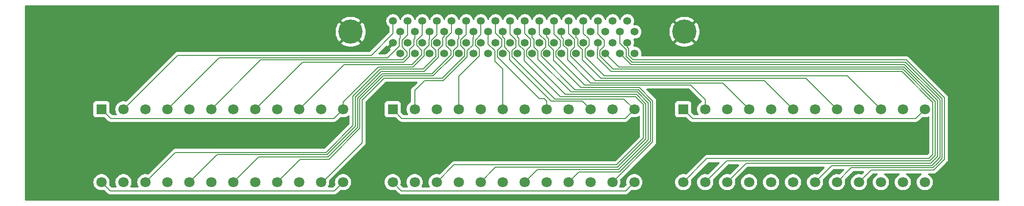
<source format=gbr>
%TF.GenerationSoftware,KiCad,Pcbnew,8.0.4*%
%TF.CreationDate,2024-08-09T21:07:46+01:00*%
%TF.ProjectId,PULSAR-BREAKOUT-01,50554c53-4152-42d4-9252-45414b4f5554,rev?*%
%TF.SameCoordinates,Original*%
%TF.FileFunction,Copper,L2,Bot*%
%TF.FilePolarity,Positive*%
%FSLAX46Y46*%
G04 Gerber Fmt 4.6, Leading zero omitted, Abs format (unit mm)*
G04 Created by KiCad (PCBNEW 8.0.4) date 2024-08-09 21:07:46*
%MOMM*%
%LPD*%
G01*
G04 APERTURE LIST*
%TA.AperFunction,ComponentPad*%
%ADD10C,1.360000*%
%TD*%
%TA.AperFunction,ComponentPad*%
%ADD11C,4.220000*%
%TD*%
%TA.AperFunction,ComponentPad*%
%ADD12C,1.800000*%
%TD*%
%TA.AperFunction,ComponentPad*%
%ADD13R,1.800000X1.800000*%
%TD*%
%TA.AperFunction,ViaPad*%
%ADD14C,8.000000*%
%TD*%
%TA.AperFunction,Conductor*%
%ADD15C,0.200000*%
%TD*%
G04 APERTURE END LIST*
D10*
%TO.P,J4,1,1*%
%TO.N,CHASSIS*%
X146960000Y-35000000D03*
%TO.P,J4,2,2*%
%TO.N,GPIO1_2*%
X148230000Y-36900000D03*
%TO.P,J4,3,3*%
%TO.N,GPIO1_4*%
X149500000Y-35000000D03*
%TO.P,J4,4,4*%
%TO.N,GPIO1_6*%
X150770000Y-36900000D03*
%TO.P,J4,5,5*%
%TO.N,GPIO1_8*%
X152040000Y-35000000D03*
%TO.P,J4,6,6*%
%TO.N,GPIO1_10*%
X153310000Y-36900000D03*
%TO.P,J4,7,7*%
%TO.N,GPIO2_1*%
X154580000Y-35000000D03*
%TO.P,J4,8,8*%
%TO.N,GPIO2_3*%
X155850000Y-36900000D03*
%TO.P,J4,9,9*%
%TO.N,GPIO2_5*%
X157120000Y-35000000D03*
%TO.P,J4,10,10*%
%TO.N,GPIO2_7*%
X158390000Y-36900000D03*
%TO.P,J4,11,11*%
%TO.N,GPIO2_9*%
X159660000Y-35000000D03*
%TO.P,J4,12,12*%
%TO.N,GPIO2_GND*%
X160930000Y-36900000D03*
%TO.P,J4,13,13*%
%TO.N,GPIO3_2*%
X162200000Y-35000000D03*
%TO.P,J4,14,14*%
%TO.N,GPIO3_4*%
X163470000Y-36900000D03*
%TO.P,J4,15,15*%
%TO.N,GPIO3_6*%
X164740000Y-35000000D03*
%TO.P,J4,16,16*%
%TO.N,GPIO3_8*%
X166010000Y-36900000D03*
%TO.P,J4,17,17*%
%TO.N,GPIO3_10*%
X167280000Y-35000000D03*
%TO.P,J4,18,18*%
%TO.N,GPIO4_1*%
X168550000Y-36900000D03*
%TO.P,J4,19,19*%
%TO.N,GPIO4_3*%
X169820000Y-35000000D03*
%TO.P,J4,20,20*%
%TO.N,GPIO4_5*%
X171090000Y-36900000D03*
%TO.P,J4,21,21*%
%TO.N,GPIO4_7*%
X172360000Y-35000000D03*
%TO.P,J4,22,22*%
%TO.N,GPIO4_9*%
X173630000Y-36900000D03*
%TO.P,J4,23,23*%
%TO.N,GPIO4_GND*%
X174900000Y-35000000D03*
%TO.P,J4,24,24*%
%TO.N,GPIO5_2*%
X176170000Y-36900000D03*
%TO.P,J4,25,25*%
%TO.N,GPIO5_4*%
X177440000Y-35000000D03*
%TO.P,J4,26,26*%
%TO.N,GPIO5_6*%
X178710000Y-36900000D03*
%TO.P,J4,27,27*%
%TO.N,GPIO5_8*%
X179980000Y-35000000D03*
%TO.P,J4,28,28*%
%TO.N,GPIO5_10*%
X181250000Y-36900000D03*
%TO.P,J4,29,29*%
%TO.N,RS485_1_1_A*%
X182520000Y-35000000D03*
%TO.P,J4,30,30*%
%TO.N,RS485_1_1_GND*%
X183790000Y-36900000D03*
%TO.P,J4,31,31*%
%TO.N,RS485_1_2_B*%
X185060000Y-35000000D03*
%TO.P,J4,32,32*%
%TO.N,RS485_2_1_A*%
X186330000Y-36900000D03*
%TO.P,J4,33,33*%
%TO.N,RS485_2_1_GND*%
X187600000Y-35000000D03*
%TO.P,J4,34,34*%
%TO.N,RS485_2_2_B*%
X188870000Y-36900000D03*
%TO.P,J4,35,35*%
%TO.N,GPIO1_1*%
X146960000Y-31200000D03*
%TO.P,J4,36,36*%
%TO.N,GPIO1_3*%
X148230000Y-33100000D03*
%TO.P,J4,37,37*%
%TO.N,GPIO1_5*%
X149500000Y-31200000D03*
%TO.P,J4,38,38*%
%TO.N,GPIO1_7*%
X150770000Y-33100000D03*
%TO.P,J4,39,39*%
%TO.N,GPIO1_9*%
X152040000Y-31200000D03*
%TO.P,J4,40,40*%
%TO.N,GPIO1_GND*%
X153310000Y-33100000D03*
%TO.P,J4,41,41*%
%TO.N,GPIO2_2*%
X154580000Y-31200000D03*
%TO.P,J4,42,42*%
%TO.N,GPIO2_4*%
X155850000Y-33100000D03*
%TO.P,J4,43,43*%
%TO.N,GPIO2_6*%
X157120000Y-31200000D03*
%TO.P,J4,44,44*%
%TO.N,GPIO2_8*%
X158390000Y-33100000D03*
%TO.P,J4,45,45*%
%TO.N,GPIO2_10*%
X159660000Y-31200000D03*
%TO.P,J4,46,46*%
%TO.N,GPIO3_1*%
X160930000Y-33100000D03*
%TO.P,J4,47,47*%
%TO.N,GPIO3_3*%
X162200000Y-31200000D03*
%TO.P,J4,48,48*%
%TO.N,GPIO3_5*%
X163470000Y-33100000D03*
%TO.P,J4,49,49*%
%TO.N,GPIO3_7*%
X164740000Y-31200000D03*
%TO.P,J4,50,50*%
%TO.N,GPIO3_9*%
X166010000Y-33100000D03*
%TO.P,J4,51,51*%
%TO.N,GPIO3_GND*%
X167280000Y-31200000D03*
%TO.P,J4,52,52*%
%TO.N,GPIO4_2*%
X168550000Y-33100000D03*
%TO.P,J4,53,53*%
%TO.N,GPIO4_4*%
X169820000Y-31200000D03*
%TO.P,J4,54,54*%
%TO.N,GPIO4_6*%
X171090000Y-33100000D03*
%TO.P,J4,55,55*%
%TO.N,GPIO4_8*%
X172360000Y-31200000D03*
%TO.P,J4,56,56*%
%TO.N,GPIO4_10*%
X173630000Y-33100000D03*
%TO.P,J4,57,57*%
%TO.N,GPIO5_1*%
X174900000Y-31200000D03*
%TO.P,J4,58,58*%
%TO.N,GPIO5_3*%
X176170000Y-33100000D03*
%TO.P,J4,59,59*%
%TO.N,GPIO5_5*%
X177440000Y-31200000D03*
%TO.P,J4,60,60*%
%TO.N,GPIO5_7*%
X178710000Y-33100000D03*
%TO.P,J4,61,61*%
%TO.N,GPIO5_9*%
X179980000Y-31200000D03*
%TO.P,J4,62,62*%
%TO.N,GPIO5_GND*%
X181250000Y-33100000D03*
%TO.P,J4,63,63*%
%TO.N,RS485_1_1_B*%
X182520000Y-31200000D03*
%TO.P,J4,64,64*%
%TO.N,RS485_1_2_A*%
X183790000Y-33100000D03*
%TO.P,J4,65,65*%
%TO.N,RS485_1_2_GND*%
X185060000Y-31200000D03*
%TO.P,J4,66,66*%
%TO.N,RS485_2_1_B*%
X186330000Y-33100000D03*
%TO.P,J4,67,67*%
%TO.N,RS485_2_2_A*%
X187600000Y-31200000D03*
%TO.P,J4,68,68*%
%TO.N,RS485_2_2_GND*%
X188870000Y-33100000D03*
D11*
%TO.P,J4,69*%
%TO.N,CHASSIS*%
X197505000Y-33100000D03*
%TO.P,J4,70*%
X139595000Y-33100000D03*
%TD*%
D12*
%TO.P,J2,24,24*%
%TO.N,GPIO4_GND*%
X188800000Y-59300000D03*
%TO.P,J2,23,23*%
%TO.N,GPIO4_10*%
X184990000Y-59300000D03*
%TO.P,J2,22,22*%
%TO.N,GPIO4_9*%
X181180000Y-59300000D03*
%TO.P,J2,21,21*%
%TO.N,GPIO4_8*%
X177370000Y-59300000D03*
%TO.P,J2,20,20*%
%TO.N,GPIO4_7*%
X173560000Y-59300000D03*
%TO.P,J2,19,19*%
%TO.N,GPIO4_6*%
X169750000Y-59300000D03*
%TO.P,J2,18,18*%
%TO.N,GPIO4_5*%
X165940000Y-59300000D03*
%TO.P,J2,17,17*%
%TO.N,GPIO4_4*%
X162130000Y-59300000D03*
%TO.P,J2,16,16*%
%TO.N,GPIO4_3*%
X158320000Y-59300000D03*
%TO.P,J2,15,15*%
%TO.N,GPIO4_2*%
X154510000Y-59300000D03*
%TO.P,J2,14,14*%
%TO.N,GPIO4_1*%
X150700000Y-59300000D03*
%TO.P,J2,13,13*%
%TO.N,GPIO4_GND*%
X146890000Y-59300000D03*
%TO.P,J2,12,12*%
%TO.N,GPIO3_GND*%
X188800000Y-46600000D03*
%TO.P,J2,11,11*%
%TO.N,GPIO3_10*%
X184990000Y-46600000D03*
%TO.P,J2,10,10*%
%TO.N,GPIO3_9*%
X181180000Y-46600000D03*
%TO.P,J2,09,09*%
%TO.N,GPIO3_8*%
X177370000Y-46600000D03*
%TO.P,J2,08,08*%
%TO.N,GPIO3_7*%
X173560000Y-46600000D03*
%TO.P,J2,07,07*%
%TO.N,GPIO3_6*%
X169750000Y-46600000D03*
%TO.P,J2,06,06*%
%TO.N,GPIO3_5*%
X165940000Y-46600000D03*
%TO.P,J2,05,05*%
%TO.N,GPIO3_4*%
X162130000Y-46600000D03*
%TO.P,J2,04,04*%
%TO.N,GPIO3_3*%
X158320000Y-46600000D03*
%TO.P,J2,03,03*%
%TO.N,GPIO3_2*%
X154510000Y-46600000D03*
%TO.P,J2,02,02*%
%TO.N,GPIO3_1*%
X150700000Y-46600000D03*
D13*
%TO.P,J2,01,01*%
%TO.N,GPIO3_GND*%
X146890000Y-46600000D03*
%TD*%
%TO.P,J3,01,01*%
%TO.N,GPIO5_GND*%
X197290000Y-46600000D03*
D12*
%TO.P,J3,02,02*%
%TO.N,GPIO5_1*%
X201100000Y-46600000D03*
%TO.P,J3,03,03*%
%TO.N,GPIO5_2*%
X204910000Y-46600000D03*
%TO.P,J3,04,04*%
%TO.N,GPIO5_3*%
X208720000Y-46600000D03*
%TO.P,J3,05,05*%
%TO.N,GPIO5_4*%
X212530000Y-46600000D03*
%TO.P,J3,06,06*%
%TO.N,GPIO5_5*%
X216340000Y-46600000D03*
%TO.P,J3,07,07*%
%TO.N,GPIO5_6*%
X220150000Y-46600000D03*
%TO.P,J3,08,08*%
%TO.N,GPIO5_7*%
X223960000Y-46600000D03*
%TO.P,J3,09,09*%
%TO.N,GPIO5_8*%
X227770000Y-46600000D03*
%TO.P,J3,10,10*%
%TO.N,GPIO5_9*%
X231580000Y-46600000D03*
%TO.P,J3,11,11*%
%TO.N,GPIO5_10*%
X235390000Y-46600000D03*
%TO.P,J3,12,12*%
%TO.N,GPIO5_GND*%
X239200000Y-46600000D03*
%TO.P,J3,13,13*%
%TO.N,RS485_1_1_A*%
X197290000Y-59300000D03*
%TO.P,J3,14,14*%
%TO.N,RS485_1_1_B*%
X201100000Y-59300000D03*
%TO.P,J3,15,15*%
%TO.N,RS485_1_1_GND*%
X204910000Y-59300000D03*
%TO.P,J3,16,16*%
%TO.N,RS485_1_2_A*%
X208720000Y-59300000D03*
%TO.P,J3,17,17*%
%TO.N,RS485_1_2_B*%
X212530000Y-59300000D03*
%TO.P,J3,18,18*%
%TO.N,RS485_1_2_GND*%
X216340000Y-59300000D03*
%TO.P,J3,19,19*%
%TO.N,RS485_2_1_A*%
X220150000Y-59300000D03*
%TO.P,J3,20,20*%
%TO.N,RS485_2_1_B*%
X223960000Y-59300000D03*
%TO.P,J3,21,21*%
%TO.N,RS485_2_1_GND*%
X227770000Y-59300000D03*
%TO.P,J3,22,22*%
%TO.N,RS485_2_2_A*%
X231580000Y-59300000D03*
%TO.P,J3,23,23*%
%TO.N,RS485_2_2_B*%
X235390000Y-59300000D03*
%TO.P,J3,24,24*%
%TO.N,RS485_2_2_GND*%
X239200000Y-59300000D03*
%TD*%
D13*
%TO.P,J1,01,01*%
%TO.N,GPIO1_GND*%
X96370000Y-46600000D03*
D12*
%TO.P,J1,02,02*%
%TO.N,GPIO1_1*%
X100180000Y-46600000D03*
%TO.P,J1,03,03*%
%TO.N,GPIO1_2*%
X103990000Y-46600000D03*
%TO.P,J1,04,04*%
%TO.N,GPIO1_3*%
X107800000Y-46600000D03*
%TO.P,J1,05,05*%
%TO.N,GPIO1_4*%
X111610000Y-46600000D03*
%TO.P,J1,06,06*%
%TO.N,GPIO1_5*%
X115420000Y-46600000D03*
%TO.P,J1,07,07*%
%TO.N,GPIO1_6*%
X119230000Y-46600000D03*
%TO.P,J1,08,08*%
%TO.N,GPIO1_7*%
X123040000Y-46600000D03*
%TO.P,J1,09,09*%
%TO.N,GPIO1_8*%
X126850000Y-46600000D03*
%TO.P,J1,10,10*%
%TO.N,GPIO1_9*%
X130660000Y-46600000D03*
%TO.P,J1,11,11*%
%TO.N,GPIO1_10*%
X134470000Y-46600000D03*
%TO.P,J1,12,12*%
%TO.N,GPIO1_GND*%
X138280000Y-46600000D03*
%TO.P,J1,13,13*%
%TO.N,GPIO2_GND*%
X96370000Y-59300000D03*
%TO.P,J1,14,14*%
%TO.N,GPIO2_1*%
X100180000Y-59300000D03*
%TO.P,J1,15,15*%
%TO.N,GPIO2_2*%
X103990000Y-59300000D03*
%TO.P,J1,16,16*%
%TO.N,GPIO2_3*%
X107800000Y-59300000D03*
%TO.P,J1,17,17*%
%TO.N,GPIO2_4*%
X111610000Y-59300000D03*
%TO.P,J1,18,18*%
%TO.N,GPIO2_5*%
X115420000Y-59300000D03*
%TO.P,J1,19,19*%
%TO.N,GPIO2_6*%
X119230000Y-59300000D03*
%TO.P,J1,20,20*%
%TO.N,GPIO2_7*%
X123040000Y-59300000D03*
%TO.P,J1,21,21*%
%TO.N,GPIO2_8*%
X126850000Y-59300000D03*
%TO.P,J1,22,22*%
%TO.N,GPIO2_9*%
X130660000Y-59300000D03*
%TO.P,J1,23,23*%
%TO.N,GPIO2_10*%
X134470000Y-59300000D03*
%TO.P,J1,24,24*%
%TO.N,GPIO2_GND*%
X138280000Y-59300000D03*
%TD*%
D14*
%TO.N,CHASSIS*%
X87600000Y-33000000D03*
X87600000Y-58000000D03*
X247600000Y-33000000D03*
X247600000Y-58000000D03*
%TD*%
D15*
%TO.N,GPIO5_GND*%
X237600000Y-48200000D02*
X239200000Y-46600000D01*
X198890000Y-48200000D02*
X237600000Y-48200000D01*
X197290000Y-46600000D02*
X198890000Y-48200000D01*
%TO.N,GPIO4_GND*%
X148390000Y-60800000D02*
X146890000Y-59300000D01*
X187300000Y-60800000D02*
X148390000Y-60800000D01*
X188800000Y-59300000D02*
X187300000Y-60800000D01*
%TO.N,GPIO3_GND*%
X187200000Y-48200000D02*
X188800000Y-46600000D01*
X148490000Y-48200000D02*
X187200000Y-48200000D01*
X146890000Y-46600000D02*
X148490000Y-48200000D01*
%TO.N,GPIO1_GND*%
X97970000Y-48200000D02*
X136680000Y-48200000D01*
X96370000Y-46600000D02*
X97970000Y-48200000D01*
X136680000Y-48200000D02*
X138280000Y-46600000D01*
%TO.N,GPIO2_GND*%
X136780000Y-60800000D02*
X138280000Y-59300000D01*
X97870000Y-60800000D02*
X136780000Y-60800000D01*
X96370000Y-59300000D02*
X97870000Y-60800000D01*
%TO.N,GPIO1_1*%
X109580000Y-37200000D02*
X100180000Y-46600000D01*
X143200000Y-37200000D02*
X109580000Y-37200000D01*
X146960000Y-31200000D02*
X146960000Y-33440000D01*
X146960000Y-33440000D02*
X143200000Y-37200000D01*
%TO.N,GPIO1_3*%
X116800000Y-37600000D02*
X107800000Y-46600000D01*
X146000000Y-37600000D02*
X116800000Y-37600000D01*
X148000000Y-34400000D02*
X148000000Y-35600000D01*
X148000000Y-35600000D02*
X146000000Y-37600000D01*
X148230000Y-33100000D02*
X148230000Y-34170000D01*
X148230000Y-34170000D02*
X148000000Y-34400000D01*
%TO.N,GPIO1_5*%
X148600000Y-38000000D02*
X124020000Y-38000000D01*
X149390000Y-36590000D02*
X149390000Y-37210000D01*
X149390000Y-37210000D02*
X148600000Y-38000000D01*
X149000000Y-36200000D02*
X149390000Y-36590000D01*
X124020000Y-38000000D02*
X115420000Y-46600000D01*
%TO.N,GPIO1_7*%
X131240000Y-38400000D02*
X123040000Y-46600000D01*
X149790000Y-37410000D02*
X148800000Y-38400000D01*
X149790000Y-36210000D02*
X149790000Y-37410000D01*
X148800000Y-38400000D02*
X131240000Y-38400000D01*
X150770000Y-34230000D02*
X150600000Y-34400000D01*
X150600000Y-34400000D02*
X150600000Y-35400000D01*
X150600000Y-35400000D02*
X149790000Y-36210000D01*
X150770000Y-33100000D02*
X150770000Y-34230000D01*
%TO.N,GPIO1_9*%
X150255930Y-38800000D02*
X138460000Y-38800000D01*
X151930000Y-37125930D02*
X150255930Y-38800000D01*
X138460000Y-38800000D02*
X130660000Y-46600000D01*
X151930000Y-36330000D02*
X151930000Y-37125930D01*
X151060000Y-35460000D02*
X151930000Y-36330000D01*
X152040000Y-33614070D02*
X151060000Y-34594070D01*
X151060000Y-34594070D02*
X151060000Y-35460000D01*
X152040000Y-31200000D02*
X152040000Y-33614070D01*
%TO.N,GPIO1_GND*%
X153200000Y-34400000D02*
X153310000Y-34290000D01*
X153310000Y-34290000D02*
X153310000Y-33100000D01*
X153200000Y-35400000D02*
X153200000Y-34400000D01*
X152330000Y-36270000D02*
X153200000Y-35400000D01*
X152330000Y-37291616D02*
X152330000Y-36270000D01*
X150421616Y-39200000D02*
X152330000Y-37291616D01*
X144400000Y-39200000D02*
X150421616Y-39200000D01*
X138280000Y-46600000D02*
X138280000Y-45320000D01*
X138280000Y-45320000D02*
X144400000Y-39200000D01*
%TO.N,GPIO2_2*%
X109190000Y-54100000D02*
X103990000Y-59300000D01*
X135300000Y-54100000D02*
X109190000Y-54100000D01*
X140000000Y-49400000D02*
X135300000Y-54100000D01*
X140000000Y-44337256D02*
X140000000Y-49400000D01*
X154400000Y-37400000D02*
X152200000Y-39600000D01*
X153600000Y-35600000D02*
X154400000Y-36400000D01*
X153600000Y-34594070D02*
X153600000Y-35600000D01*
X154400000Y-36400000D02*
X154400000Y-37400000D01*
X144737256Y-39600000D02*
X140000000Y-44337256D01*
X154580000Y-33614070D02*
X153600000Y-34594070D01*
X154580000Y-31200000D02*
X154580000Y-33614070D01*
X152200000Y-39600000D02*
X144737256Y-39600000D01*
%TO.N,GPIO2_4*%
X155850000Y-33920244D02*
X155850000Y-33100000D01*
X155600000Y-34170244D02*
X155850000Y-33920244D01*
X155600000Y-35400000D02*
X155600000Y-34170244D01*
X154800000Y-36200000D02*
X155600000Y-35400000D01*
X154800000Y-37565686D02*
X154800000Y-36200000D01*
X144902942Y-40000000D02*
X152365686Y-40000000D01*
X152365686Y-40000000D02*
X154800000Y-37565686D01*
X140400000Y-44502942D02*
X144902942Y-40000000D01*
X140400000Y-49565686D02*
X140400000Y-44502942D01*
X135465686Y-54500000D02*
X140400000Y-49565686D01*
X116410000Y-54500000D02*
X135465686Y-54500000D01*
X111610000Y-59300000D02*
X116410000Y-54500000D01*
%TO.N,GPIO2_6*%
X157120000Y-33215930D02*
X157120000Y-31200000D01*
X156140000Y-34195930D02*
X157120000Y-33215930D01*
X156140000Y-35540000D02*
X156140000Y-34195930D01*
X157000000Y-36400000D02*
X156140000Y-35540000D01*
X153735930Y-40400000D02*
X157000000Y-37135930D01*
X140800000Y-49731372D02*
X140800000Y-44668628D01*
X157000000Y-37135930D02*
X157000000Y-36400000D01*
X135631372Y-54900000D02*
X140800000Y-49731372D01*
X123630000Y-54900000D02*
X135631372Y-54900000D01*
X140800000Y-44668628D02*
X145068628Y-40400000D01*
X119230000Y-59300000D02*
X123630000Y-54900000D01*
X145068628Y-40400000D02*
X153735930Y-40400000D01*
%TO.N,GPIO2_8*%
X158390000Y-34210000D02*
X158390000Y-33100000D01*
X158200000Y-35600000D02*
X158200000Y-34400000D01*
X158200000Y-34400000D02*
X158390000Y-34210000D01*
X157400000Y-36400000D02*
X158200000Y-35600000D01*
X157400000Y-37301616D02*
X157400000Y-36400000D01*
X153901616Y-40800000D02*
X157400000Y-37301616D01*
X141200000Y-49897058D02*
X141200000Y-44834314D01*
X141200000Y-44834314D02*
X145234314Y-40800000D01*
X145234314Y-40800000D02*
X153901616Y-40800000D01*
X135797058Y-55300000D02*
X141200000Y-49897058D01*
X130850000Y-55300000D02*
X135797058Y-55300000D01*
X126850000Y-59300000D02*
X130850000Y-55300000D01*
%TO.N,GPIO2_10*%
X145400000Y-41200000D02*
X152800000Y-41200000D01*
X141600000Y-45000000D02*
X145400000Y-41200000D01*
X141600000Y-52432743D02*
X141600000Y-45000000D01*
X134732743Y-59300000D02*
X141600000Y-52432743D01*
X134470000Y-59300000D02*
X134732743Y-59300000D01*
X155475930Y-41200000D02*
X152800000Y-41200000D01*
X152800000Y-41200000D02*
X154067302Y-41200000D01*
X155837965Y-40837965D02*
X155737965Y-40937965D01*
X159400000Y-37275930D02*
X155837965Y-40837965D01*
X155837965Y-40837965D02*
X155475930Y-41200000D01*
X155637965Y-41037965D02*
X155737965Y-40937965D01*
X155737965Y-40937965D02*
X155475930Y-41200000D01*
%TO.N,RS485_2_1_GND*%
X187800000Y-36000000D02*
X187600000Y-35800000D01*
X188584070Y-38000000D02*
X187800000Y-37215930D01*
X236028428Y-38000000D02*
X188584070Y-38000000D01*
X242600000Y-44571572D02*
X236028428Y-38000000D01*
X187600000Y-35800000D02*
X187600000Y-35000000D01*
X242600000Y-55314214D02*
X242600000Y-44571572D01*
X187800000Y-37215930D02*
X187800000Y-36000000D01*
X242357107Y-55557107D02*
X242600000Y-55314214D01*
%TO.N,RS485_2_1_B*%
X235862742Y-38400000D02*
X242200000Y-44737258D01*
X235400000Y-38400000D02*
X188400000Y-38400000D01*
X235400000Y-38400000D02*
X235862742Y-38400000D01*
X242200000Y-44737258D02*
X242200000Y-55148529D01*
%TO.N,RS485_2_1_A*%
X235697056Y-38800000D02*
X241800000Y-44902944D01*
X241800000Y-44902944D02*
X241800000Y-54982844D01*
X241800000Y-54982844D02*
X241291422Y-55491422D01*
X188230000Y-38800000D02*
X235697056Y-38800000D01*
X186330000Y-36900000D02*
X188230000Y-38800000D01*
%TO.N,RS485_1_1_GND*%
X241400000Y-45068629D02*
X241400000Y-54817158D01*
X235765686Y-39434315D02*
X241400000Y-45068629D01*
X235531372Y-39200000D02*
X235765686Y-39434315D01*
X241400000Y-54817158D02*
X240308579Y-55908579D01*
X186090000Y-39200000D02*
X235531372Y-39200000D01*
X183790000Y-36900000D02*
X186090000Y-39200000D01*
%TO.N,RS485_2_1_GND*%
X242357107Y-55557107D02*
X242500000Y-55414215D01*
X240714215Y-57200000D02*
X242357107Y-55557107D01*
%TO.N,RS485_2_1_B*%
X186330000Y-35130000D02*
X186330000Y-33100000D01*
X187400000Y-36200000D02*
X186330000Y-35130000D01*
X187400000Y-37400000D02*
X187400000Y-36200000D01*
X188400000Y-38400000D02*
X187400000Y-37400000D01*
X241374264Y-55974264D02*
X241374266Y-55974264D01*
X241374264Y-55974264D02*
X240548529Y-56800000D01*
X242100000Y-55248529D02*
X241374264Y-55974264D01*
%TO.N,RS485_2_1_A*%
X241291422Y-55491422D02*
X240382843Y-56400000D01*
X241700000Y-55082843D02*
X241291422Y-55491422D01*
%TO.N,RS485_1_1_GND*%
X240308579Y-55908579D02*
X241300000Y-54917157D01*
X240217157Y-56000000D02*
X240308579Y-55908579D01*
%TO.N,RS485_1_1_B*%
X241000000Y-45234314D02*
X235365686Y-39600000D01*
X241000000Y-54651472D02*
X241000000Y-45234314D01*
X240825736Y-54825736D02*
X241000000Y-54651472D01*
X235365686Y-39600000D02*
X234400000Y-39600000D01*
X185104070Y-39600000D02*
X234400000Y-39600000D01*
X240825736Y-54825736D02*
X240051471Y-55600000D01*
X240900000Y-54751471D02*
X240825736Y-54825736D01*
%TO.N,RS485_1_1_A*%
X182520000Y-36080000D02*
X182520000Y-35000000D01*
X182400000Y-36200000D02*
X182520000Y-36080000D01*
X182400000Y-37600000D02*
X182400000Y-36200000D01*
X184800000Y-40000000D02*
X182400000Y-37600000D01*
X235200000Y-40000000D02*
X184800000Y-40000000D01*
X240342892Y-54742892D02*
X240600000Y-54485784D01*
X240600000Y-54485784D02*
X240600000Y-45400000D01*
X240600000Y-45400000D02*
X235200000Y-40000000D01*
X240342892Y-54742892D02*
X239885785Y-55200000D01*
X240500000Y-54585785D02*
X240342892Y-54742892D01*
%TO.N,GPIO5_9*%
X225780000Y-40800000D02*
X225000000Y-40800000D01*
X231580000Y-46600000D02*
X225780000Y-40800000D01*
X225000000Y-40800000D02*
X183600000Y-40800000D01*
%TO.N,GPIO5_7*%
X218560000Y-41200000D02*
X217000000Y-41200000D01*
X223960000Y-46600000D02*
X218560000Y-41200000D01*
X217000000Y-41200000D02*
X183000000Y-41200000D01*
%TO.N,GPIO5_5*%
X211340000Y-41600000D02*
X209600000Y-41600000D01*
X216340000Y-46600000D02*
X211340000Y-41600000D01*
X182024070Y-41600000D02*
X209600000Y-41600000D01*
%TO.N,GPIO5_3*%
X208720000Y-46600000D02*
X204120000Y-42000000D01*
X201800000Y-42000000D02*
X181200000Y-42000000D01*
X204120000Y-42000000D02*
X201800000Y-42000000D01*
%TO.N,GPIO5_1*%
X201100000Y-44900000D02*
X198600000Y-42400000D01*
X201100000Y-46600000D02*
X201100000Y-44900000D01*
X180200000Y-42400000D02*
X198600000Y-42400000D01*
%TO.N,GPIO4_10*%
X192000000Y-52290000D02*
X184990000Y-59300000D01*
X192000000Y-45137256D02*
X192000000Y-52290000D01*
X189662744Y-42800000D02*
X192000000Y-45137256D01*
X174790000Y-36275930D02*
X174790000Y-38090000D01*
X173920000Y-35405930D02*
X174790000Y-36275930D01*
X179500000Y-42800000D02*
X189662744Y-42800000D01*
X173630000Y-34030000D02*
X173920000Y-34320000D01*
X174790000Y-38090000D02*
X179500000Y-42800000D01*
X173630000Y-33100000D02*
X173630000Y-34030000D01*
X173920000Y-34320000D02*
X173920000Y-35405930D01*
%TO.N,GPIO4_8*%
X186224314Y-57500000D02*
X179170000Y-57500000D01*
X179170000Y-57500000D02*
X177370000Y-59300000D01*
X191600000Y-45302942D02*
X191600000Y-52124314D01*
X191600000Y-52124314D02*
X186224314Y-57500000D01*
X172650000Y-37305930D02*
X178544070Y-43200000D01*
X173400000Y-35744070D02*
X172650000Y-36494070D01*
X173400000Y-34600000D02*
X173400000Y-35744070D01*
X189497058Y-43200000D02*
X191600000Y-45302942D01*
X178544070Y-43200000D02*
X189497058Y-43200000D01*
X172360000Y-33560000D02*
X173400000Y-34600000D01*
X172360000Y-31200000D02*
X172360000Y-33560000D01*
X172650000Y-36494070D02*
X172650000Y-37305930D01*
%TO.N,GPIO4_6*%
X171950000Y-57100000D02*
X169750000Y-59300000D01*
X186058628Y-57100000D02*
X171950000Y-57100000D01*
X191200000Y-51958628D02*
X186058628Y-57100000D01*
X191200000Y-45468628D02*
X191200000Y-51958628D01*
X177800000Y-43600000D02*
X189331372Y-43600000D01*
X172070000Y-37870000D02*
X177800000Y-43600000D01*
X171380000Y-35780000D02*
X172070000Y-36470000D01*
X189331372Y-43600000D02*
X191200000Y-45468628D01*
X171090000Y-34090000D02*
X171380000Y-34380000D01*
X172070000Y-36470000D02*
X172070000Y-37870000D01*
X171380000Y-34380000D02*
X171380000Y-35780000D01*
X171090000Y-33100000D02*
X171090000Y-34090000D01*
%TO.N,GPIO4_4*%
X164730000Y-56700000D02*
X162130000Y-59300000D01*
X185892942Y-56700000D02*
X164730000Y-56700000D01*
X190800000Y-45634314D02*
X190800000Y-51792942D01*
X190800000Y-51792942D02*
X185892942Y-56700000D01*
X189165686Y-44000000D02*
X190800000Y-45634314D01*
X176804070Y-44000000D02*
X189165686Y-44000000D01*
X170110000Y-37305930D02*
X176804070Y-44000000D01*
X170110000Y-36290000D02*
X170110000Y-37305930D01*
X170800000Y-34400000D02*
X170800000Y-35600000D01*
X169820000Y-33420000D02*
X170800000Y-34400000D01*
X169820000Y-31200000D02*
X169820000Y-33420000D01*
X170800000Y-35600000D02*
X170110000Y-36290000D01*
%TO.N,GPIO4_2*%
X157510000Y-56300000D02*
X154510000Y-59300000D01*
X185727256Y-56300000D02*
X157510000Y-56300000D01*
X190400000Y-51627256D02*
X185727256Y-56300000D01*
X190400000Y-45800000D02*
X190400000Y-51627256D01*
X169710000Y-38110000D02*
X176000000Y-44400000D01*
X176000000Y-44400000D02*
X189000000Y-44400000D01*
X189000000Y-44400000D02*
X190400000Y-45800000D01*
X169710000Y-36310000D02*
X169710000Y-38110000D01*
X168800000Y-35400000D02*
X169710000Y-36310000D01*
X168800000Y-34250000D02*
X168800000Y-35400000D01*
X168550000Y-34000000D02*
X168800000Y-34250000D01*
X168550000Y-33100000D02*
X168550000Y-34000000D01*
%TO.N,GPIO3_3*%
X158320000Y-40880000D02*
X158320000Y-46600000D01*
X161335930Y-37880000D02*
X161320000Y-37880000D01*
X161910000Y-37305930D02*
X161335930Y-37880000D01*
X161320000Y-37880000D02*
X158320000Y-40880000D01*
X161910000Y-36110000D02*
X161910000Y-37305930D01*
X161220000Y-34580000D02*
X161220000Y-35420000D01*
X162200000Y-33600000D02*
X161220000Y-34580000D01*
X161220000Y-35420000D02*
X161910000Y-36110000D01*
X162200000Y-31200000D02*
X162200000Y-33600000D01*
%TO.N,GPIO3_5*%
X164600000Y-38200000D02*
X165940000Y-39540000D01*
X164600000Y-36400000D02*
X164600000Y-38200000D01*
X163470000Y-33100000D02*
X163470000Y-35270000D01*
X163470000Y-35270000D02*
X164600000Y-36400000D01*
X165940000Y-39540000D02*
X165940000Y-46600000D01*
%TO.N,GPIO3_9*%
X167170000Y-36674070D02*
X166300000Y-35804070D01*
X166010000Y-34000000D02*
X166010000Y-33100000D01*
X167170000Y-37970000D02*
X167170000Y-36674070D01*
X174400000Y-45200000D02*
X167170000Y-37970000D01*
X179780000Y-45200000D02*
X174400000Y-45200000D01*
X166300000Y-35804070D02*
X166300000Y-34290000D01*
X166300000Y-34290000D02*
X166010000Y-34000000D01*
X181180000Y-46600000D02*
X179780000Y-45200000D01*
%TO.N,GPIO3_7*%
X173560000Y-45160000D02*
X173560000Y-46600000D01*
X173137965Y-44737965D02*
X173560000Y-45160000D01*
X172337965Y-44737965D02*
X173137965Y-44737965D01*
X165030000Y-37430000D02*
X172337965Y-44737965D01*
X165800000Y-34400000D02*
X165800000Y-35600000D01*
X165800000Y-35600000D02*
X165030000Y-36370000D01*
X165030000Y-36370000D02*
X165030000Y-37430000D01*
X164740000Y-33340000D02*
X165800000Y-34400000D01*
X164740000Y-31200000D02*
X164740000Y-33340000D01*
%TO.N,GPIO3_GND*%
X188800000Y-46600000D02*
X187000000Y-44800000D01*
X175000000Y-44800000D02*
X186000000Y-44800000D01*
X187000000Y-44800000D02*
X186000000Y-44800000D01*
%TO.N,GPIO5_3*%
X176170000Y-34000000D02*
X176170000Y-33100000D01*
X176460000Y-35405930D02*
X176460000Y-34290000D01*
X177200000Y-36145930D02*
X176460000Y-35405930D01*
X177200000Y-38000000D02*
X177200000Y-36145930D01*
X181200000Y-42000000D02*
X177200000Y-38000000D01*
X176460000Y-34290000D02*
X176170000Y-34000000D01*
%TO.N,GPIO5_7*%
X178710000Y-34055000D02*
X178710000Y-33100000D01*
X179794070Y-36200000D02*
X179000000Y-35405930D01*
X179000000Y-35405930D02*
X179000000Y-34345000D01*
X179800000Y-36200000D02*
X179794070Y-36200000D01*
X179000000Y-34345000D02*
X178710000Y-34055000D01*
X179800000Y-38000000D02*
X179800000Y-36200000D01*
X183000000Y-41200000D02*
X179800000Y-38000000D01*
%TO.N,GPIO5_9*%
X179980000Y-33380000D02*
X179980000Y-31200000D01*
X180270000Y-36130000D02*
X180960000Y-35440000D01*
X180960000Y-34360000D02*
X179980000Y-33380000D01*
X180270000Y-37470000D02*
X180270000Y-36130000D01*
X180960000Y-35440000D02*
X180960000Y-34360000D01*
X183600000Y-40800000D02*
X180270000Y-37470000D01*
%TO.N,GPIO2_10*%
X159400000Y-36200000D02*
X159400000Y-37275930D01*
X158680000Y-35480000D02*
X159400000Y-36200000D01*
X158680000Y-34520000D02*
X158680000Y-35480000D01*
X159660000Y-33540000D02*
X158680000Y-34520000D01*
X159660000Y-31200000D02*
X159660000Y-33540000D01*
%TO.N,GPIO1_5*%
X149000000Y-36200000D02*
X148720000Y-35920000D01*
X148520000Y-35720000D02*
X149000000Y-36200000D01*
X148557035Y-34557035D02*
X148520000Y-34594070D01*
X149500000Y-33614070D02*
X148557035Y-34557035D01*
X149500000Y-31200000D02*
X149500000Y-33614070D01*
X148520000Y-34594070D02*
X148520000Y-35720000D01*
%TO.N,GPIO3_9*%
X181180000Y-46420000D02*
X181200000Y-46400000D01*
%TO.N,GPIO3_GND*%
X167600000Y-36464070D02*
X167570000Y-36494070D01*
X167600000Y-36400000D02*
X167600000Y-36464070D01*
X167570000Y-36494070D02*
X167570000Y-37370000D01*
X168260000Y-35740000D02*
X167600000Y-36400000D01*
X168260000Y-34594070D02*
X168260000Y-35740000D01*
X168200000Y-34534070D02*
X168260000Y-34594070D01*
X168200000Y-34400000D02*
X168200000Y-34534070D01*
X167570000Y-37370000D02*
X175000000Y-44800000D01*
X167280000Y-33480000D02*
X168200000Y-34400000D01*
X167280000Y-31200000D02*
X167280000Y-33480000D01*
%TO.N,RS485_2_1_GND*%
X229870000Y-57200000D02*
X240714215Y-57200000D01*
X227770000Y-59300000D02*
X229870000Y-57200000D01*
%TO.N,RS485_2_1_B*%
X226460000Y-56800000D02*
X223960000Y-59300000D01*
X240548529Y-56800000D02*
X226460000Y-56800000D01*
%TO.N,RS485_2_1_A*%
X223050000Y-56400000D02*
X220150000Y-59300000D01*
X240382843Y-56400000D02*
X223050000Y-56400000D01*
%TO.N,RS485_1_1_GND*%
X208210000Y-56000000D02*
X240217157Y-56000000D01*
X204910000Y-59300000D02*
X208210000Y-56000000D01*
%TO.N,RS485_1_1_B*%
X204800000Y-55600000D02*
X201100000Y-59300000D01*
X240051471Y-55600000D02*
X204800000Y-55600000D01*
X182800000Y-37295930D02*
X185104070Y-39600000D01*
X182800000Y-36400000D02*
X182800000Y-37295930D01*
X183600000Y-35600000D02*
X182800000Y-36400000D01*
X183600000Y-34600000D02*
X183600000Y-35600000D01*
X182520000Y-33520000D02*
X183600000Y-34600000D01*
X182520000Y-31200000D02*
X182520000Y-33520000D01*
%TO.N,RS485_1_1_A*%
X201390000Y-55200000D02*
X197290000Y-59300000D01*
X239885785Y-55200000D02*
X201390000Y-55200000D01*
%TO.N,GPIO5_1*%
X176000000Y-34600000D02*
X176000000Y-35684070D01*
X174900000Y-31200000D02*
X174900000Y-33500000D01*
X176000000Y-35684070D02*
X175190000Y-36494070D01*
X174900000Y-33500000D02*
X176000000Y-34600000D01*
X175190000Y-36494070D02*
X175190000Y-37390000D01*
X175190000Y-37390000D02*
X180200000Y-42400000D01*
%TO.N,GPIO5_5*%
X178420000Y-35780000D02*
X177800000Y-36400000D01*
X177730000Y-37305930D02*
X182024070Y-41600000D01*
X177800000Y-36400000D02*
X177800000Y-36424070D01*
X177440000Y-31200000D02*
X177440000Y-33440000D01*
X177800000Y-36424070D02*
X177730000Y-36494070D01*
X177730000Y-36494070D02*
X177730000Y-37305930D01*
X177440000Y-33440000D02*
X178420000Y-34420000D01*
X178420000Y-34420000D02*
X178420000Y-35780000D01*
%TO.N,GPIO3_1*%
X150700000Y-43300000D02*
X150700000Y-46600000D01*
X155641616Y-41600000D02*
X152400000Y-41600000D01*
X159800000Y-37441616D02*
X155641616Y-41600000D01*
X152400000Y-41600000D02*
X150700000Y-43300000D01*
X160800000Y-35400000D02*
X159800000Y-36400000D01*
X160930000Y-34070000D02*
X160800000Y-34200000D01*
X160930000Y-33100000D02*
X160930000Y-34070000D01*
X160800000Y-34200000D02*
X160800000Y-35400000D01*
X159800000Y-36400000D02*
X159800000Y-37441616D01*
%TD*%
%TA.AperFunction,Conductor*%
%TO.N,CHASSIS*%
G36*
X146559304Y-35165974D02*
G01*
X146615915Y-35264026D01*
X146695974Y-35344085D01*
X146794026Y-35400696D01*
X146887742Y-35425807D01*
X146321199Y-35992351D01*
X146431776Y-36060818D01*
X146440402Y-36064159D01*
X146495805Y-36106730D01*
X146519398Y-36172495D01*
X146503691Y-36240577D01*
X146483294Y-36267469D01*
X145787584Y-36963181D01*
X145726261Y-36996666D01*
X145699903Y-36999500D01*
X144549097Y-36999500D01*
X144482058Y-36979815D01*
X144436303Y-36927011D01*
X144426359Y-36857853D01*
X144455384Y-36794297D01*
X144461416Y-36787819D01*
X144652569Y-36596666D01*
X145721866Y-35527367D01*
X145783184Y-35493886D01*
X145852875Y-35498870D01*
X145908809Y-35540741D01*
X145920542Y-35559780D01*
X145952442Y-35623845D01*
X145952444Y-35623847D01*
X145965418Y-35641027D01*
X146534191Y-35072253D01*
X146559304Y-35165974D01*
G37*
%TD.AperFunction*%
%TA.AperFunction,Conductor*%
G36*
X252042539Y-28520185D02*
G01*
X252088294Y-28572989D01*
X252099500Y-28624500D01*
X252099500Y-62375500D01*
X252079815Y-62442539D01*
X252027011Y-62488294D01*
X251975500Y-62499500D01*
X83224500Y-62499500D01*
X83157461Y-62479815D01*
X83111706Y-62427011D01*
X83100500Y-62375500D01*
X83100500Y-59299993D01*
X94964700Y-59299993D01*
X94964700Y-59300006D01*
X94983864Y-59531297D01*
X94983866Y-59531308D01*
X95040842Y-59756300D01*
X95134075Y-59968848D01*
X95261016Y-60163147D01*
X95261019Y-60163151D01*
X95261021Y-60163153D01*
X95418216Y-60333913D01*
X95418219Y-60333915D01*
X95418222Y-60333918D01*
X95601365Y-60476464D01*
X95601371Y-60476468D01*
X95601374Y-60476470D01*
X95805497Y-60586936D01*
X95919487Y-60626068D01*
X96025015Y-60662297D01*
X96025017Y-60662297D01*
X96025019Y-60662298D01*
X96253951Y-60700500D01*
X96253952Y-60700500D01*
X96486048Y-60700500D01*
X96486049Y-60700500D01*
X96714981Y-60662298D01*
X96766897Y-60644474D01*
X96836693Y-60641324D01*
X96894840Y-60674075D01*
X97385139Y-61164374D01*
X97385149Y-61164385D01*
X97389479Y-61168715D01*
X97389480Y-61168716D01*
X97501284Y-61280520D01*
X97501286Y-61280521D01*
X97501290Y-61280524D01*
X97638209Y-61359573D01*
X97638216Y-61359577D01*
X97750019Y-61389534D01*
X97790942Y-61400500D01*
X97790943Y-61400500D01*
X136693331Y-61400500D01*
X136693347Y-61400501D01*
X136700943Y-61400501D01*
X136859054Y-61400501D01*
X136859057Y-61400501D01*
X137011785Y-61359577D01*
X137061904Y-61330639D01*
X137148716Y-61280520D01*
X137260520Y-61168716D01*
X137260520Y-61168714D01*
X137270728Y-61158507D01*
X137270730Y-61158504D01*
X137755160Y-60674073D01*
X137816481Y-60640590D01*
X137883102Y-60644474D01*
X137935019Y-60662298D01*
X138163951Y-60700500D01*
X138163952Y-60700500D01*
X138396048Y-60700500D01*
X138396049Y-60700500D01*
X138624981Y-60662298D01*
X138844503Y-60586936D01*
X139048626Y-60476470D01*
X139231784Y-60333913D01*
X139388979Y-60163153D01*
X139515924Y-59968849D01*
X139609157Y-59756300D01*
X139666134Y-59531305D01*
X139685300Y-59300000D01*
X139685300Y-59299994D01*
X139685300Y-59299993D01*
X139666135Y-59068702D01*
X139666133Y-59068691D01*
X139609157Y-58843699D01*
X139515924Y-58631151D01*
X139388983Y-58436852D01*
X139388980Y-58436849D01*
X139388979Y-58436847D01*
X139231784Y-58266087D01*
X139231779Y-58266083D01*
X139231777Y-58266081D01*
X139048634Y-58123535D01*
X139048628Y-58123531D01*
X138844504Y-58013064D01*
X138844495Y-58013061D01*
X138624984Y-57937702D01*
X138453282Y-57909050D01*
X138396049Y-57899500D01*
X138163951Y-57899500D01*
X138118164Y-57907140D01*
X137935015Y-57937702D01*
X137715504Y-58013061D01*
X137715495Y-58013064D01*
X137511371Y-58123531D01*
X137511365Y-58123535D01*
X137328222Y-58266081D01*
X137328219Y-58266084D01*
X137171016Y-58436852D01*
X137044075Y-58631151D01*
X136950842Y-58843699D01*
X136893866Y-59068691D01*
X136893864Y-59068702D01*
X136874700Y-59299993D01*
X136874700Y-59300006D01*
X136893864Y-59531297D01*
X136893866Y-59531309D01*
X136938319Y-59706848D01*
X136935694Y-59776668D01*
X136905794Y-59824969D01*
X136567582Y-60163182D01*
X136506261Y-60196666D01*
X136479903Y-60199500D01*
X135784364Y-60199500D01*
X135717325Y-60179815D01*
X135671570Y-60127011D01*
X135661626Y-60057853D01*
X135680556Y-60007678D01*
X135705923Y-59968850D01*
X135705924Y-59968849D01*
X135799157Y-59756300D01*
X135856134Y-59531305D01*
X135875300Y-59300000D01*
X135875299Y-59299993D01*
X135857601Y-59086401D01*
X135871682Y-59017965D01*
X135893493Y-58988483D01*
X141968713Y-52913264D01*
X141968716Y-52913263D01*
X142080520Y-52801459D01*
X142130639Y-52714647D01*
X142159577Y-52664528D01*
X142200501Y-52511800D01*
X142200501Y-52353686D01*
X142200501Y-52346091D01*
X142200500Y-52346073D01*
X142200500Y-45300097D01*
X142220185Y-45233058D01*
X142236819Y-45212416D01*
X145612417Y-41836819D01*
X145673740Y-41803334D01*
X145700098Y-41800500D01*
X151050903Y-41800500D01*
X151117942Y-41820185D01*
X151163697Y-41872989D01*
X151173641Y-41942147D01*
X151144616Y-42005703D01*
X151138586Y-42012177D01*
X150550264Y-42600500D01*
X150331286Y-42819478D01*
X150219481Y-42931282D01*
X150219480Y-42931284D01*
X150179518Y-43000501D01*
X150140423Y-43068215D01*
X150099499Y-43220943D01*
X150099499Y-43220945D01*
X150099499Y-43389046D01*
X150099500Y-43389059D01*
X150099500Y-45258655D01*
X150079815Y-45325694D01*
X150034519Y-45367709D01*
X149931376Y-45423528D01*
X149931365Y-45423535D01*
X149748222Y-45566081D01*
X149748219Y-45566084D01*
X149748216Y-45566086D01*
X149748216Y-45566087D01*
X149723886Y-45592517D01*
X149591016Y-45736852D01*
X149464075Y-45931151D01*
X149370842Y-46143699D01*
X149313866Y-46368691D01*
X149313864Y-46368702D01*
X149294700Y-46599993D01*
X149294700Y-46600006D01*
X149313864Y-46831297D01*
X149313866Y-46831308D01*
X149370842Y-47056300D01*
X149464074Y-47268845D01*
X149464076Y-47268849D01*
X149554778Y-47407679D01*
X149574965Y-47474568D01*
X149555785Y-47541754D01*
X149503327Y-47587904D01*
X149450969Y-47599500D01*
X148790098Y-47599500D01*
X148723059Y-47579815D01*
X148702417Y-47563181D01*
X148326818Y-47187582D01*
X148293333Y-47126259D01*
X148290499Y-47099901D01*
X148290499Y-45652129D01*
X148290498Y-45652123D01*
X148290497Y-45652116D01*
X148284091Y-45592517D01*
X148274233Y-45566087D01*
X148233797Y-45457671D01*
X148233793Y-45457664D01*
X148147547Y-45342455D01*
X148147544Y-45342452D01*
X148032335Y-45256206D01*
X148032328Y-45256202D01*
X147897482Y-45205908D01*
X147897483Y-45205908D01*
X147837883Y-45199501D01*
X147837881Y-45199500D01*
X147837873Y-45199500D01*
X147837864Y-45199500D01*
X145942129Y-45199500D01*
X145942123Y-45199501D01*
X145882516Y-45205908D01*
X145747671Y-45256202D01*
X145747664Y-45256206D01*
X145632455Y-45342452D01*
X145632452Y-45342455D01*
X145546206Y-45457664D01*
X145546202Y-45457671D01*
X145495908Y-45592517D01*
X145494192Y-45608483D01*
X145489501Y-45652123D01*
X145489500Y-45652135D01*
X145489500Y-47547870D01*
X145489501Y-47547876D01*
X145495908Y-47607483D01*
X145546202Y-47742328D01*
X145546206Y-47742335D01*
X145632452Y-47857544D01*
X145632455Y-47857547D01*
X145747664Y-47943793D01*
X145747671Y-47943797D01*
X145882517Y-47994091D01*
X145882516Y-47994091D01*
X145889444Y-47994835D01*
X145942127Y-48000500D01*
X147389901Y-48000499D01*
X147456940Y-48020184D01*
X147477582Y-48036818D01*
X148121284Y-48680520D01*
X148121286Y-48680521D01*
X148121290Y-48680524D01*
X148258209Y-48759573D01*
X148258216Y-48759577D01*
X148410943Y-48800501D01*
X148410945Y-48800501D01*
X148576654Y-48800501D01*
X148576670Y-48800500D01*
X187113331Y-48800500D01*
X187113347Y-48800501D01*
X187120943Y-48800501D01*
X187279054Y-48800501D01*
X187279057Y-48800501D01*
X187431785Y-48759577D01*
X187481904Y-48730639D01*
X187568716Y-48680520D01*
X187680520Y-48568716D01*
X187680520Y-48568714D01*
X187690728Y-48558507D01*
X187690729Y-48558504D01*
X188275161Y-47974073D01*
X188336482Y-47940590D01*
X188403102Y-47944474D01*
X188433349Y-47954858D01*
X188455018Y-47962298D01*
X188569485Y-47981399D01*
X188683951Y-48000500D01*
X188683952Y-48000500D01*
X188916048Y-48000500D01*
X188916049Y-48000500D01*
X189144981Y-47962298D01*
X189364503Y-47886936D01*
X189568626Y-47776470D01*
X189568634Y-47776464D01*
X189599338Y-47752567D01*
X189664332Y-47726924D01*
X189732872Y-47740491D01*
X189783196Y-47788959D01*
X189799500Y-47850420D01*
X189799500Y-51327159D01*
X189779815Y-51394198D01*
X189763181Y-51414840D01*
X185514840Y-55663181D01*
X185453517Y-55696666D01*
X185427159Y-55699500D01*
X157596670Y-55699500D01*
X157596654Y-55699499D01*
X157589058Y-55699499D01*
X157430943Y-55699499D01*
X157354579Y-55719961D01*
X157278214Y-55740423D01*
X157278209Y-55740426D01*
X157141290Y-55819475D01*
X157141282Y-55819481D01*
X155034839Y-57925923D01*
X154973516Y-57959408D01*
X154906896Y-57955524D01*
X154854981Y-57937701D01*
X154658786Y-57904963D01*
X154626049Y-57899500D01*
X154393951Y-57899500D01*
X154348164Y-57907140D01*
X154165015Y-57937702D01*
X153945504Y-58013061D01*
X153945495Y-58013064D01*
X153741371Y-58123531D01*
X153741365Y-58123535D01*
X153558222Y-58266081D01*
X153558219Y-58266084D01*
X153401016Y-58436852D01*
X153274075Y-58631151D01*
X153180842Y-58843699D01*
X153123866Y-59068691D01*
X153123864Y-59068702D01*
X153104700Y-59299993D01*
X153104700Y-59300006D01*
X153123864Y-59531297D01*
X153123866Y-59531308D01*
X153180842Y-59756300D01*
X153274076Y-59968850D01*
X153299444Y-60007678D01*
X153319632Y-60074567D01*
X153300453Y-60141753D01*
X153247994Y-60187904D01*
X153195636Y-60199500D01*
X152014364Y-60199500D01*
X151947325Y-60179815D01*
X151901570Y-60127011D01*
X151891626Y-60057853D01*
X151910556Y-60007678D01*
X151935923Y-59968850D01*
X151935924Y-59968849D01*
X152029157Y-59756300D01*
X152086134Y-59531305D01*
X152105300Y-59300000D01*
X152105300Y-59299994D01*
X152105300Y-59299993D01*
X152086135Y-59068702D01*
X152086133Y-59068691D01*
X152029157Y-58843699D01*
X151935924Y-58631151D01*
X151808983Y-58436852D01*
X151808980Y-58436849D01*
X151808979Y-58436847D01*
X151651784Y-58266087D01*
X151651779Y-58266083D01*
X151651777Y-58266081D01*
X151468634Y-58123535D01*
X151468628Y-58123531D01*
X151264504Y-58013064D01*
X151264495Y-58013061D01*
X151044984Y-57937702D01*
X150873282Y-57909050D01*
X150816049Y-57899500D01*
X150583951Y-57899500D01*
X150538164Y-57907140D01*
X150355015Y-57937702D01*
X150135504Y-58013061D01*
X150135495Y-58013064D01*
X149931371Y-58123531D01*
X149931365Y-58123535D01*
X149748222Y-58266081D01*
X149748219Y-58266084D01*
X149591016Y-58436852D01*
X149464075Y-58631151D01*
X149370842Y-58843699D01*
X149313866Y-59068691D01*
X149313864Y-59068702D01*
X149294700Y-59299993D01*
X149294700Y-59300006D01*
X149313864Y-59531297D01*
X149313866Y-59531308D01*
X149370842Y-59756300D01*
X149464076Y-59968850D01*
X149489444Y-60007678D01*
X149509632Y-60074567D01*
X149490453Y-60141753D01*
X149437994Y-60187904D01*
X149385636Y-60199500D01*
X148690097Y-60199500D01*
X148623058Y-60179815D01*
X148602416Y-60163181D01*
X148264204Y-59824969D01*
X148230719Y-59763646D01*
X148231680Y-59706847D01*
X148276131Y-59531317D01*
X148276133Y-59531308D01*
X148276134Y-59531305D01*
X148295300Y-59300000D01*
X148295300Y-59299994D01*
X148295300Y-59299993D01*
X148276135Y-59068702D01*
X148276133Y-59068691D01*
X148219157Y-58843699D01*
X148125924Y-58631151D01*
X147998983Y-58436852D01*
X147998980Y-58436849D01*
X147998979Y-58436847D01*
X147841784Y-58266087D01*
X147841779Y-58266083D01*
X147841777Y-58266081D01*
X147658634Y-58123535D01*
X147658628Y-58123531D01*
X147454504Y-58013064D01*
X147454495Y-58013061D01*
X147234984Y-57937702D01*
X147063282Y-57909050D01*
X147006049Y-57899500D01*
X146773951Y-57899500D01*
X146728164Y-57907140D01*
X146545015Y-57937702D01*
X146325504Y-58013061D01*
X146325495Y-58013064D01*
X146121371Y-58123531D01*
X146121365Y-58123535D01*
X145938222Y-58266081D01*
X145938219Y-58266084D01*
X145781016Y-58436852D01*
X145654075Y-58631151D01*
X145560842Y-58843699D01*
X145503866Y-59068691D01*
X145503864Y-59068702D01*
X145484700Y-59299993D01*
X145484700Y-59300006D01*
X145503864Y-59531297D01*
X145503866Y-59531308D01*
X145560842Y-59756300D01*
X145654075Y-59968848D01*
X145781016Y-60163147D01*
X145781019Y-60163151D01*
X145781021Y-60163153D01*
X145938216Y-60333913D01*
X145938219Y-60333915D01*
X145938222Y-60333918D01*
X146121365Y-60476464D01*
X146121371Y-60476468D01*
X146121374Y-60476470D01*
X146325497Y-60586936D01*
X146439487Y-60626068D01*
X146545015Y-60662297D01*
X146545017Y-60662297D01*
X146545019Y-60662298D01*
X146773951Y-60700500D01*
X146773952Y-60700500D01*
X147006048Y-60700500D01*
X147006049Y-60700500D01*
X147234981Y-60662298D01*
X147286897Y-60644474D01*
X147356693Y-60641324D01*
X147414840Y-60674075D01*
X147905139Y-61164374D01*
X147905149Y-61164385D01*
X147909479Y-61168715D01*
X147909480Y-61168716D01*
X148021284Y-61280520D01*
X148021286Y-61280521D01*
X148021290Y-61280524D01*
X148158209Y-61359573D01*
X148158216Y-61359577D01*
X148270019Y-61389534D01*
X148310942Y-61400500D01*
X148310943Y-61400500D01*
X187213331Y-61400500D01*
X187213347Y-61400501D01*
X187220943Y-61400501D01*
X187379054Y-61400501D01*
X187379057Y-61400501D01*
X187531785Y-61359577D01*
X187581904Y-61330639D01*
X187668716Y-61280520D01*
X187780520Y-61168716D01*
X187780520Y-61168714D01*
X187790728Y-61158507D01*
X187790730Y-61158504D01*
X188275160Y-60674073D01*
X188336481Y-60640590D01*
X188403102Y-60644474D01*
X188455019Y-60662298D01*
X188683951Y-60700500D01*
X188683952Y-60700500D01*
X188916048Y-60700500D01*
X188916049Y-60700500D01*
X189144981Y-60662298D01*
X189364503Y-60586936D01*
X189568626Y-60476470D01*
X189751784Y-60333913D01*
X189908979Y-60163153D01*
X190035924Y-59968849D01*
X190129157Y-59756300D01*
X190186134Y-59531305D01*
X190205300Y-59300000D01*
X190205300Y-59299994D01*
X190205300Y-59299993D01*
X190186135Y-59068702D01*
X190186133Y-59068691D01*
X190129157Y-58843699D01*
X190035924Y-58631151D01*
X189908983Y-58436852D01*
X189908980Y-58436849D01*
X189908979Y-58436847D01*
X189751784Y-58266087D01*
X189751779Y-58266083D01*
X189751777Y-58266081D01*
X189568634Y-58123535D01*
X189568628Y-58123531D01*
X189364504Y-58013064D01*
X189364495Y-58013061D01*
X189144984Y-57937702D01*
X188973282Y-57909050D01*
X188916049Y-57899500D01*
X188683951Y-57899500D01*
X188638164Y-57907140D01*
X188455015Y-57937702D01*
X188235504Y-58013061D01*
X188235495Y-58013064D01*
X188031371Y-58123531D01*
X188031365Y-58123535D01*
X187848222Y-58266081D01*
X187848219Y-58266084D01*
X187691016Y-58436852D01*
X187564075Y-58631151D01*
X187470842Y-58843699D01*
X187413866Y-59068691D01*
X187413864Y-59068702D01*
X187394700Y-59299993D01*
X187394700Y-59300006D01*
X187413864Y-59531297D01*
X187413866Y-59531309D01*
X187458319Y-59706848D01*
X187455694Y-59776668D01*
X187425794Y-59824969D01*
X187087582Y-60163182D01*
X187026261Y-60196666D01*
X186999903Y-60199500D01*
X186304364Y-60199500D01*
X186237325Y-60179815D01*
X186191570Y-60127011D01*
X186181626Y-60057853D01*
X186200556Y-60007678D01*
X186225923Y-59968850D01*
X186225924Y-59968849D01*
X186319157Y-59756300D01*
X186376134Y-59531305D01*
X186395300Y-59300000D01*
X186395300Y-59299994D01*
X186395300Y-59299993D01*
X186376135Y-59068702D01*
X186376131Y-59068682D01*
X186331680Y-58893151D01*
X186334304Y-58823331D01*
X186364202Y-58775031D01*
X192358506Y-52780728D01*
X192358511Y-52780724D01*
X192368714Y-52770520D01*
X192368716Y-52770520D01*
X192480520Y-52658716D01*
X192538017Y-52559128D01*
X192559577Y-52521785D01*
X192600500Y-52369057D01*
X192600500Y-52210943D01*
X192600500Y-45058199D01*
X192585040Y-45000500D01*
X192559577Y-44905471D01*
X192521477Y-44839480D01*
X192480520Y-44768540D01*
X192368716Y-44656736D01*
X192368715Y-44656735D01*
X192364385Y-44652405D01*
X192364374Y-44652395D01*
X190924160Y-43212181D01*
X190890675Y-43150858D01*
X190895659Y-43081166D01*
X190937531Y-43025233D01*
X191002995Y-43000816D01*
X191011841Y-43000500D01*
X198299903Y-43000500D01*
X198366942Y-43020185D01*
X198387584Y-43036819D01*
X200463181Y-45112416D01*
X200496666Y-45173739D01*
X200499500Y-45200097D01*
X200499500Y-45258655D01*
X200479815Y-45325694D01*
X200434519Y-45367709D01*
X200331376Y-45423528D01*
X200331365Y-45423535D01*
X200148222Y-45566081D01*
X200148219Y-45566084D01*
X200148216Y-45566086D01*
X200148216Y-45566087D01*
X200123886Y-45592517D01*
X199991016Y-45736852D01*
X199864075Y-45931151D01*
X199770842Y-46143699D01*
X199713866Y-46368691D01*
X199713864Y-46368702D01*
X199694700Y-46599993D01*
X199694700Y-46600006D01*
X199713864Y-46831297D01*
X199713866Y-46831308D01*
X199770842Y-47056300D01*
X199864074Y-47268845D01*
X199864076Y-47268849D01*
X199954778Y-47407679D01*
X199974965Y-47474568D01*
X199955785Y-47541754D01*
X199903327Y-47587904D01*
X199850969Y-47599500D01*
X199190098Y-47599500D01*
X199123059Y-47579815D01*
X199102417Y-47563181D01*
X198726818Y-47187582D01*
X198693333Y-47126259D01*
X198690499Y-47099901D01*
X198690499Y-45652129D01*
X198690498Y-45652123D01*
X198690497Y-45652116D01*
X198684091Y-45592517D01*
X198674233Y-45566087D01*
X198633797Y-45457671D01*
X198633793Y-45457664D01*
X198547547Y-45342455D01*
X198547544Y-45342452D01*
X198432335Y-45256206D01*
X198432328Y-45256202D01*
X198297482Y-45205908D01*
X198297483Y-45205908D01*
X198237883Y-45199501D01*
X198237881Y-45199500D01*
X198237873Y-45199500D01*
X198237864Y-45199500D01*
X196342129Y-45199500D01*
X196342123Y-45199501D01*
X196282516Y-45205908D01*
X196147671Y-45256202D01*
X196147664Y-45256206D01*
X196032455Y-45342452D01*
X196032452Y-45342455D01*
X195946206Y-45457664D01*
X195946202Y-45457671D01*
X195895908Y-45592517D01*
X195894192Y-45608483D01*
X195889501Y-45652123D01*
X195889500Y-45652135D01*
X195889500Y-47547870D01*
X195889501Y-47547876D01*
X195895908Y-47607483D01*
X195946202Y-47742328D01*
X195946206Y-47742335D01*
X196032452Y-47857544D01*
X196032455Y-47857547D01*
X196147664Y-47943793D01*
X196147671Y-47943797D01*
X196282517Y-47994091D01*
X196282516Y-47994091D01*
X196289444Y-47994835D01*
X196342127Y-48000500D01*
X197789901Y-48000499D01*
X197856940Y-48020184D01*
X197877582Y-48036818D01*
X198521284Y-48680520D01*
X198521286Y-48680521D01*
X198521290Y-48680524D01*
X198658209Y-48759573D01*
X198658216Y-48759577D01*
X198810943Y-48800501D01*
X198810945Y-48800501D01*
X198976654Y-48800501D01*
X198976670Y-48800500D01*
X237513331Y-48800500D01*
X237513347Y-48800501D01*
X237520943Y-48800501D01*
X237679054Y-48800501D01*
X237679057Y-48800501D01*
X237831785Y-48759577D01*
X237881904Y-48730639D01*
X237968716Y-48680520D01*
X238080520Y-48568716D01*
X238080520Y-48568714D01*
X238090728Y-48558507D01*
X238090729Y-48558504D01*
X238675161Y-47974073D01*
X238736482Y-47940590D01*
X238803102Y-47944474D01*
X238833349Y-47954858D01*
X238855018Y-47962298D01*
X238969485Y-47981399D01*
X239083951Y-48000500D01*
X239083952Y-48000500D01*
X239316048Y-48000500D01*
X239316049Y-48000500D01*
X239544981Y-47962298D01*
X239764503Y-47886936D01*
X239816483Y-47858805D01*
X239884809Y-47844210D01*
X239950181Y-47868872D01*
X239991843Y-47924962D01*
X239999500Y-47967860D01*
X239999500Y-54185687D01*
X239979815Y-54252726D01*
X239963181Y-54273368D01*
X239673369Y-54563181D01*
X239612046Y-54596666D01*
X239585688Y-54599500D01*
X201476670Y-54599500D01*
X201476654Y-54599499D01*
X201469058Y-54599499D01*
X201310943Y-54599499D01*
X201234579Y-54619961D01*
X201158214Y-54640423D01*
X201158209Y-54640426D01*
X201021290Y-54719475D01*
X201021282Y-54719481D01*
X197814839Y-57925923D01*
X197753516Y-57959408D01*
X197686896Y-57955524D01*
X197634981Y-57937701D01*
X197438786Y-57904963D01*
X197406049Y-57899500D01*
X197173951Y-57899500D01*
X197128164Y-57907140D01*
X196945015Y-57937702D01*
X196725504Y-58013061D01*
X196725495Y-58013064D01*
X196521371Y-58123531D01*
X196521365Y-58123535D01*
X196338222Y-58266081D01*
X196338219Y-58266084D01*
X196181016Y-58436852D01*
X196054075Y-58631151D01*
X195960842Y-58843699D01*
X195903866Y-59068691D01*
X195903864Y-59068702D01*
X195884700Y-59299993D01*
X195884700Y-59300006D01*
X195903864Y-59531297D01*
X195903866Y-59531308D01*
X195960842Y-59756300D01*
X196054075Y-59968848D01*
X196181016Y-60163147D01*
X196181019Y-60163151D01*
X196181021Y-60163153D01*
X196338216Y-60333913D01*
X196338219Y-60333915D01*
X196338222Y-60333918D01*
X196521365Y-60476464D01*
X196521371Y-60476468D01*
X196521374Y-60476470D01*
X196725497Y-60586936D01*
X196839487Y-60626068D01*
X196945015Y-60662297D01*
X196945017Y-60662297D01*
X196945019Y-60662298D01*
X197173951Y-60700500D01*
X197173952Y-60700500D01*
X197406048Y-60700500D01*
X197406049Y-60700500D01*
X197634981Y-60662298D01*
X197854503Y-60586936D01*
X198058626Y-60476470D01*
X198241784Y-60333913D01*
X198398979Y-60163153D01*
X198525924Y-59968849D01*
X198619157Y-59756300D01*
X198676134Y-59531305D01*
X198695300Y-59300000D01*
X198695300Y-59299994D01*
X198695300Y-59299993D01*
X198676135Y-59068702D01*
X198676131Y-59068682D01*
X198631680Y-58893151D01*
X198634304Y-58823331D01*
X198664202Y-58775031D01*
X201602417Y-55836819D01*
X201663740Y-55803334D01*
X201690098Y-55800500D01*
X203450903Y-55800500D01*
X203517942Y-55820185D01*
X203563697Y-55872989D01*
X203573641Y-55942147D01*
X203544616Y-56005703D01*
X203538584Y-56012181D01*
X201624840Y-57925923D01*
X201563517Y-57959408D01*
X201496898Y-57955524D01*
X201444981Y-57937702D01*
X201315641Y-57916119D01*
X201216049Y-57899500D01*
X200983951Y-57899500D01*
X200938164Y-57907140D01*
X200755015Y-57937702D01*
X200535504Y-58013061D01*
X200535495Y-58013064D01*
X200331371Y-58123531D01*
X200331365Y-58123535D01*
X200148222Y-58266081D01*
X200148219Y-58266084D01*
X199991016Y-58436852D01*
X199864075Y-58631151D01*
X199770842Y-58843699D01*
X199713866Y-59068691D01*
X199713864Y-59068702D01*
X199694700Y-59299993D01*
X199694700Y-59300006D01*
X199713864Y-59531297D01*
X199713866Y-59531308D01*
X199770842Y-59756300D01*
X199864075Y-59968848D01*
X199991016Y-60163147D01*
X199991019Y-60163151D01*
X199991021Y-60163153D01*
X200148216Y-60333913D01*
X200148219Y-60333915D01*
X200148222Y-60333918D01*
X200331365Y-60476464D01*
X200331371Y-60476468D01*
X200331374Y-60476470D01*
X200535497Y-60586936D01*
X200649487Y-60626068D01*
X200755015Y-60662297D01*
X200755017Y-60662297D01*
X200755019Y-60662298D01*
X200983951Y-60700500D01*
X200983952Y-60700500D01*
X201216048Y-60700500D01*
X201216049Y-60700500D01*
X201444981Y-60662298D01*
X201664503Y-60586936D01*
X201868626Y-60476470D01*
X202051784Y-60333913D01*
X202208979Y-60163153D01*
X202335924Y-59968849D01*
X202429157Y-59756300D01*
X202486134Y-59531305D01*
X202505300Y-59300000D01*
X202505300Y-59299994D01*
X202505300Y-59299993D01*
X202486135Y-59068702D01*
X202486131Y-59068682D01*
X202441680Y-58893151D01*
X202444304Y-58823331D01*
X202474202Y-58775031D01*
X205012416Y-56236819D01*
X205073739Y-56203334D01*
X205100097Y-56200500D01*
X206860902Y-56200500D01*
X206927941Y-56220185D01*
X206973696Y-56272989D01*
X206983640Y-56342147D01*
X206954615Y-56405703D01*
X206948583Y-56412181D01*
X205434839Y-57925923D01*
X205373516Y-57959408D01*
X205306896Y-57955524D01*
X205254981Y-57937701D01*
X205058786Y-57904963D01*
X205026049Y-57899500D01*
X204793951Y-57899500D01*
X204748164Y-57907140D01*
X204565015Y-57937702D01*
X204345504Y-58013061D01*
X204345495Y-58013064D01*
X204141371Y-58123531D01*
X204141365Y-58123535D01*
X203958222Y-58266081D01*
X203958219Y-58266084D01*
X203801016Y-58436852D01*
X203674075Y-58631151D01*
X203580842Y-58843699D01*
X203523866Y-59068691D01*
X203523864Y-59068702D01*
X203504700Y-59299993D01*
X203504700Y-59300006D01*
X203523864Y-59531297D01*
X203523866Y-59531308D01*
X203580842Y-59756300D01*
X203674075Y-59968848D01*
X203801016Y-60163147D01*
X203801019Y-60163151D01*
X203801021Y-60163153D01*
X203958216Y-60333913D01*
X203958219Y-60333915D01*
X203958222Y-60333918D01*
X204141365Y-60476464D01*
X204141371Y-60476468D01*
X204141374Y-60476470D01*
X204345497Y-60586936D01*
X204459487Y-60626068D01*
X204565015Y-60662297D01*
X204565017Y-60662297D01*
X204565019Y-60662298D01*
X204793951Y-60700500D01*
X204793952Y-60700500D01*
X205026048Y-60700500D01*
X205026049Y-60700500D01*
X205254981Y-60662298D01*
X205474503Y-60586936D01*
X205678626Y-60476470D01*
X205861784Y-60333913D01*
X206018979Y-60163153D01*
X206145924Y-59968849D01*
X206239157Y-59756300D01*
X206296134Y-59531305D01*
X206315300Y-59300000D01*
X206315300Y-59299994D01*
X206315300Y-59299993D01*
X207314700Y-59299993D01*
X207314700Y-59300006D01*
X207333864Y-59531297D01*
X207333866Y-59531308D01*
X207390842Y-59756300D01*
X207484075Y-59968848D01*
X207611016Y-60163147D01*
X207611019Y-60163151D01*
X207611021Y-60163153D01*
X207768216Y-60333913D01*
X207768219Y-60333915D01*
X207768222Y-60333918D01*
X207951365Y-60476464D01*
X207951371Y-60476468D01*
X207951374Y-60476470D01*
X208155497Y-60586936D01*
X208269487Y-60626068D01*
X208375015Y-60662297D01*
X208375017Y-60662297D01*
X208375019Y-60662298D01*
X208603951Y-60700500D01*
X208603952Y-60700500D01*
X208836048Y-60700500D01*
X208836049Y-60700500D01*
X209064981Y-60662298D01*
X209284503Y-60586936D01*
X209488626Y-60476470D01*
X209671784Y-60333913D01*
X209828979Y-60163153D01*
X209955924Y-59968849D01*
X210049157Y-59756300D01*
X210106134Y-59531305D01*
X210125300Y-59300000D01*
X210125300Y-59299994D01*
X210125300Y-59299993D01*
X211124700Y-59299993D01*
X211124700Y-59300006D01*
X211143864Y-59531297D01*
X211143866Y-59531308D01*
X211200842Y-59756300D01*
X211294075Y-59968848D01*
X211421016Y-60163147D01*
X211421019Y-60163151D01*
X211421021Y-60163153D01*
X211578216Y-60333913D01*
X211578219Y-60333915D01*
X211578222Y-60333918D01*
X211761365Y-60476464D01*
X211761371Y-60476468D01*
X211761374Y-60476470D01*
X211965497Y-60586936D01*
X212079487Y-60626068D01*
X212185015Y-60662297D01*
X212185017Y-60662297D01*
X212185019Y-60662298D01*
X212413951Y-60700500D01*
X212413952Y-60700500D01*
X212646048Y-60700500D01*
X212646049Y-60700500D01*
X212874981Y-60662298D01*
X213094503Y-60586936D01*
X213298626Y-60476470D01*
X213481784Y-60333913D01*
X213638979Y-60163153D01*
X213765924Y-59968849D01*
X213859157Y-59756300D01*
X213916134Y-59531305D01*
X213935300Y-59300000D01*
X213935300Y-59299994D01*
X213935300Y-59299993D01*
X214934700Y-59299993D01*
X214934700Y-59300006D01*
X214953864Y-59531297D01*
X214953866Y-59531308D01*
X215010842Y-59756300D01*
X215104075Y-59968848D01*
X215231016Y-60163147D01*
X215231019Y-60163151D01*
X215231021Y-60163153D01*
X215388216Y-60333913D01*
X215388219Y-60333915D01*
X215388222Y-60333918D01*
X215571365Y-60476464D01*
X215571371Y-60476468D01*
X215571374Y-60476470D01*
X215775497Y-60586936D01*
X215889487Y-60626068D01*
X215995015Y-60662297D01*
X215995017Y-60662297D01*
X215995019Y-60662298D01*
X216223951Y-60700500D01*
X216223952Y-60700500D01*
X216456048Y-60700500D01*
X216456049Y-60700500D01*
X216684981Y-60662298D01*
X216904503Y-60586936D01*
X217108626Y-60476470D01*
X217291784Y-60333913D01*
X217448979Y-60163153D01*
X217575924Y-59968849D01*
X217669157Y-59756300D01*
X217726134Y-59531305D01*
X217745300Y-59300000D01*
X217745300Y-59299994D01*
X217745300Y-59299993D01*
X217726135Y-59068702D01*
X217726133Y-59068691D01*
X217669157Y-58843699D01*
X217575924Y-58631151D01*
X217448983Y-58436852D01*
X217448980Y-58436849D01*
X217448979Y-58436847D01*
X217291784Y-58266087D01*
X217291779Y-58266083D01*
X217291777Y-58266081D01*
X217108634Y-58123535D01*
X217108628Y-58123531D01*
X216904504Y-58013064D01*
X216904495Y-58013061D01*
X216684984Y-57937702D01*
X216513282Y-57909050D01*
X216456049Y-57899500D01*
X216223951Y-57899500D01*
X216178164Y-57907140D01*
X215995015Y-57937702D01*
X215775504Y-58013061D01*
X215775495Y-58013064D01*
X215571371Y-58123531D01*
X215571365Y-58123535D01*
X215388222Y-58266081D01*
X215388219Y-58266084D01*
X215231016Y-58436852D01*
X215104075Y-58631151D01*
X215010842Y-58843699D01*
X214953866Y-59068691D01*
X214953864Y-59068702D01*
X214934700Y-59299993D01*
X213935300Y-59299993D01*
X213916135Y-59068702D01*
X213916133Y-59068691D01*
X213859157Y-58843699D01*
X213765924Y-58631151D01*
X213638983Y-58436852D01*
X213638980Y-58436849D01*
X213638979Y-58436847D01*
X213481784Y-58266087D01*
X213481779Y-58266083D01*
X213481777Y-58266081D01*
X213298634Y-58123535D01*
X213298628Y-58123531D01*
X213094504Y-58013064D01*
X213094495Y-58013061D01*
X212874984Y-57937702D01*
X212703282Y-57909050D01*
X212646049Y-57899500D01*
X212413951Y-57899500D01*
X212368164Y-57907140D01*
X212185015Y-57937702D01*
X211965504Y-58013061D01*
X211965495Y-58013064D01*
X211761371Y-58123531D01*
X211761365Y-58123535D01*
X211578222Y-58266081D01*
X211578219Y-58266084D01*
X211421016Y-58436852D01*
X211294075Y-58631151D01*
X211200842Y-58843699D01*
X211143866Y-59068691D01*
X211143864Y-59068702D01*
X211124700Y-59299993D01*
X210125300Y-59299993D01*
X210106135Y-59068702D01*
X210106133Y-59068691D01*
X210049157Y-58843699D01*
X209955924Y-58631151D01*
X209828983Y-58436852D01*
X209828980Y-58436849D01*
X209828979Y-58436847D01*
X209671784Y-58266087D01*
X209671779Y-58266083D01*
X209671777Y-58266081D01*
X209488634Y-58123535D01*
X209488628Y-58123531D01*
X209284504Y-58013064D01*
X209284495Y-58013061D01*
X209064984Y-57937702D01*
X208893282Y-57909050D01*
X208836049Y-57899500D01*
X208603951Y-57899500D01*
X208558164Y-57907140D01*
X208375015Y-57937702D01*
X208155504Y-58013061D01*
X208155495Y-58013064D01*
X207951371Y-58123531D01*
X207951365Y-58123535D01*
X207768222Y-58266081D01*
X207768219Y-58266084D01*
X207611016Y-58436852D01*
X207484075Y-58631151D01*
X207390842Y-58843699D01*
X207333866Y-59068691D01*
X207333864Y-59068702D01*
X207314700Y-59299993D01*
X206315300Y-59299993D01*
X206296135Y-59068702D01*
X206296131Y-59068682D01*
X206251680Y-58893151D01*
X206254304Y-58823331D01*
X206284202Y-58775031D01*
X208422417Y-56636819D01*
X208483740Y-56603334D01*
X208510098Y-56600500D01*
X221700903Y-56600500D01*
X221767942Y-56620185D01*
X221813697Y-56672989D01*
X221823641Y-56742147D01*
X221794616Y-56805703D01*
X221788584Y-56812181D01*
X220674840Y-57925923D01*
X220613517Y-57959408D01*
X220546898Y-57955524D01*
X220494981Y-57937702D01*
X220365641Y-57916119D01*
X220266049Y-57899500D01*
X220033951Y-57899500D01*
X219988164Y-57907140D01*
X219805015Y-57937702D01*
X219585504Y-58013061D01*
X219585495Y-58013064D01*
X219381371Y-58123531D01*
X219381365Y-58123535D01*
X219198222Y-58266081D01*
X219198219Y-58266084D01*
X219041016Y-58436852D01*
X218914075Y-58631151D01*
X218820842Y-58843699D01*
X218763866Y-59068691D01*
X218763864Y-59068702D01*
X218744700Y-59299993D01*
X218744700Y-59300006D01*
X218763864Y-59531297D01*
X218763866Y-59531308D01*
X218820842Y-59756300D01*
X218914075Y-59968848D01*
X219041016Y-60163147D01*
X219041019Y-60163151D01*
X219041021Y-60163153D01*
X219198216Y-60333913D01*
X219198219Y-60333915D01*
X219198222Y-60333918D01*
X219381365Y-60476464D01*
X219381371Y-60476468D01*
X219381374Y-60476470D01*
X219585497Y-60586936D01*
X219699487Y-60626068D01*
X219805015Y-60662297D01*
X219805017Y-60662297D01*
X219805019Y-60662298D01*
X220033951Y-60700500D01*
X220033952Y-60700500D01*
X220266048Y-60700500D01*
X220266049Y-60700500D01*
X220494981Y-60662298D01*
X220714503Y-60586936D01*
X220918626Y-60476470D01*
X221101784Y-60333913D01*
X221258979Y-60163153D01*
X221385924Y-59968849D01*
X221479157Y-59756300D01*
X221536134Y-59531305D01*
X221555300Y-59300000D01*
X221555300Y-59299994D01*
X221555300Y-59299993D01*
X221536135Y-59068702D01*
X221536131Y-59068682D01*
X221491680Y-58893151D01*
X221494304Y-58823331D01*
X221524202Y-58775031D01*
X223262416Y-57036819D01*
X223323739Y-57003334D01*
X223350097Y-57000500D01*
X225110903Y-57000500D01*
X225177942Y-57020185D01*
X225223697Y-57072989D01*
X225233641Y-57142147D01*
X225204616Y-57205703D01*
X225198584Y-57212181D01*
X224484840Y-57925923D01*
X224423517Y-57959408D01*
X224356898Y-57955524D01*
X224304981Y-57937702D01*
X224175641Y-57916119D01*
X224076049Y-57899500D01*
X223843951Y-57899500D01*
X223798164Y-57907140D01*
X223615015Y-57937702D01*
X223395504Y-58013061D01*
X223395495Y-58013064D01*
X223191371Y-58123531D01*
X223191365Y-58123535D01*
X223008222Y-58266081D01*
X223008219Y-58266084D01*
X222851016Y-58436852D01*
X222724075Y-58631151D01*
X222630842Y-58843699D01*
X222573866Y-59068691D01*
X222573864Y-59068702D01*
X222554700Y-59299993D01*
X222554700Y-59300006D01*
X222573864Y-59531297D01*
X222573866Y-59531308D01*
X222630842Y-59756300D01*
X222724075Y-59968848D01*
X222851016Y-60163147D01*
X222851019Y-60163151D01*
X222851021Y-60163153D01*
X223008216Y-60333913D01*
X223008219Y-60333915D01*
X223008222Y-60333918D01*
X223191365Y-60476464D01*
X223191371Y-60476468D01*
X223191374Y-60476470D01*
X223395497Y-60586936D01*
X223509487Y-60626068D01*
X223615015Y-60662297D01*
X223615017Y-60662297D01*
X223615019Y-60662298D01*
X223843951Y-60700500D01*
X223843952Y-60700500D01*
X224076048Y-60700500D01*
X224076049Y-60700500D01*
X224304981Y-60662298D01*
X224524503Y-60586936D01*
X224728626Y-60476470D01*
X224911784Y-60333913D01*
X225068979Y-60163153D01*
X225195924Y-59968849D01*
X225289157Y-59756300D01*
X225346134Y-59531305D01*
X225365300Y-59300000D01*
X225365300Y-59299994D01*
X225365300Y-59299993D01*
X225346135Y-59068702D01*
X225346131Y-59068682D01*
X225301680Y-58893151D01*
X225304304Y-58823331D01*
X225334202Y-58775031D01*
X226672416Y-57436819D01*
X226733739Y-57403334D01*
X226760097Y-57400500D01*
X228520903Y-57400500D01*
X228587942Y-57420185D01*
X228633697Y-57472989D01*
X228643641Y-57542147D01*
X228614616Y-57605703D01*
X228608602Y-57612162D01*
X228370201Y-57850563D01*
X228294840Y-57925924D01*
X228233517Y-57959408D01*
X228166898Y-57955524D01*
X228114981Y-57937702D01*
X227985641Y-57916119D01*
X227886049Y-57899500D01*
X227653951Y-57899500D01*
X227608164Y-57907140D01*
X227425015Y-57937702D01*
X227205504Y-58013061D01*
X227205495Y-58013064D01*
X227001371Y-58123531D01*
X227001365Y-58123535D01*
X226818222Y-58266081D01*
X226818219Y-58266084D01*
X226661016Y-58436852D01*
X226534075Y-58631151D01*
X226440842Y-58843699D01*
X226383866Y-59068691D01*
X226383864Y-59068702D01*
X226364700Y-59299993D01*
X226364700Y-59300006D01*
X226383864Y-59531297D01*
X226383866Y-59531308D01*
X226440842Y-59756300D01*
X226534075Y-59968848D01*
X226661016Y-60163147D01*
X226661019Y-60163151D01*
X226661021Y-60163153D01*
X226818216Y-60333913D01*
X226818219Y-60333915D01*
X226818222Y-60333918D01*
X227001365Y-60476464D01*
X227001371Y-60476468D01*
X227001374Y-60476470D01*
X227205497Y-60586936D01*
X227319487Y-60626068D01*
X227425015Y-60662297D01*
X227425017Y-60662297D01*
X227425019Y-60662298D01*
X227653951Y-60700500D01*
X227653952Y-60700500D01*
X227886048Y-60700500D01*
X227886049Y-60700500D01*
X228114981Y-60662298D01*
X228334503Y-60586936D01*
X228538626Y-60476470D01*
X228721784Y-60333913D01*
X228878979Y-60163153D01*
X229005924Y-59968849D01*
X229099157Y-59756300D01*
X229156134Y-59531305D01*
X229175300Y-59300000D01*
X229175300Y-59299994D01*
X229175300Y-59299993D01*
X229156135Y-59068702D01*
X229156131Y-59068682D01*
X229111680Y-58893151D01*
X229114304Y-58823331D01*
X229144202Y-58775031D01*
X230082416Y-57836819D01*
X230143739Y-57803334D01*
X230170097Y-57800500D01*
X230918615Y-57800500D01*
X230985654Y-57820185D01*
X231031409Y-57872989D01*
X231041353Y-57942147D01*
X231012328Y-58005703D01*
X230977633Y-58033555D01*
X230811371Y-58123531D01*
X230811365Y-58123535D01*
X230628222Y-58266081D01*
X230628219Y-58266084D01*
X230471016Y-58436852D01*
X230344075Y-58631151D01*
X230250842Y-58843699D01*
X230193866Y-59068691D01*
X230193864Y-59068702D01*
X230174700Y-59299993D01*
X230174700Y-59300006D01*
X230193864Y-59531297D01*
X230193866Y-59531308D01*
X230250842Y-59756300D01*
X230344075Y-59968848D01*
X230471016Y-60163147D01*
X230471019Y-60163151D01*
X230471021Y-60163153D01*
X230628216Y-60333913D01*
X230628219Y-60333915D01*
X230628222Y-60333918D01*
X230811365Y-60476464D01*
X230811371Y-60476468D01*
X230811374Y-60476470D01*
X231015497Y-60586936D01*
X231129487Y-60626068D01*
X231235015Y-60662297D01*
X231235017Y-60662297D01*
X231235019Y-60662298D01*
X231463951Y-60700500D01*
X231463952Y-60700500D01*
X231696048Y-60700500D01*
X231696049Y-60700500D01*
X231924981Y-60662298D01*
X232144503Y-60586936D01*
X232348626Y-60476470D01*
X232531784Y-60333913D01*
X232688979Y-60163153D01*
X232815924Y-59968849D01*
X232909157Y-59756300D01*
X232966134Y-59531305D01*
X232985300Y-59300000D01*
X232985300Y-59299994D01*
X232985300Y-59299993D01*
X232966135Y-59068702D01*
X232966133Y-59068691D01*
X232909157Y-58843699D01*
X232815924Y-58631151D01*
X232688983Y-58436852D01*
X232688980Y-58436849D01*
X232688979Y-58436847D01*
X232531784Y-58266087D01*
X232531779Y-58266083D01*
X232531777Y-58266081D01*
X232348634Y-58123535D01*
X232348628Y-58123531D01*
X232182367Y-58033555D01*
X232132777Y-57984335D01*
X232117669Y-57916119D01*
X232141839Y-57850563D01*
X232197615Y-57808482D01*
X232241385Y-57800500D01*
X234728615Y-57800500D01*
X234795654Y-57820185D01*
X234841409Y-57872989D01*
X234851353Y-57942147D01*
X234822328Y-58005703D01*
X234787633Y-58033555D01*
X234621371Y-58123531D01*
X234621365Y-58123535D01*
X234438222Y-58266081D01*
X234438219Y-58266084D01*
X234281016Y-58436852D01*
X234154075Y-58631151D01*
X234060842Y-58843699D01*
X234003866Y-59068691D01*
X234003864Y-59068702D01*
X233984700Y-59299993D01*
X233984700Y-59300006D01*
X234003864Y-59531297D01*
X234003866Y-59531308D01*
X234060842Y-59756300D01*
X234154075Y-59968848D01*
X234281016Y-60163147D01*
X234281019Y-60163151D01*
X234281021Y-60163153D01*
X234438216Y-60333913D01*
X234438219Y-60333915D01*
X234438222Y-60333918D01*
X234621365Y-60476464D01*
X234621371Y-60476468D01*
X234621374Y-60476470D01*
X234825497Y-60586936D01*
X234939487Y-60626068D01*
X235045015Y-60662297D01*
X235045017Y-60662297D01*
X235045019Y-60662298D01*
X235273951Y-60700500D01*
X235273952Y-60700500D01*
X235506048Y-60700500D01*
X235506049Y-60700500D01*
X235734981Y-60662298D01*
X235954503Y-60586936D01*
X236158626Y-60476470D01*
X236341784Y-60333913D01*
X236498979Y-60163153D01*
X236625924Y-59968849D01*
X236719157Y-59756300D01*
X236776134Y-59531305D01*
X236795300Y-59300000D01*
X236795300Y-59299994D01*
X236795300Y-59299993D01*
X236776135Y-59068702D01*
X236776133Y-59068691D01*
X236719157Y-58843699D01*
X236625924Y-58631151D01*
X236498983Y-58436852D01*
X236498980Y-58436849D01*
X236498979Y-58436847D01*
X236341784Y-58266087D01*
X236341779Y-58266083D01*
X236341777Y-58266081D01*
X236158634Y-58123535D01*
X236158628Y-58123531D01*
X235992367Y-58033555D01*
X235942777Y-57984335D01*
X235927669Y-57916119D01*
X235951839Y-57850563D01*
X236007615Y-57808482D01*
X236051385Y-57800500D01*
X238538615Y-57800500D01*
X238605654Y-57820185D01*
X238651409Y-57872989D01*
X238661353Y-57942147D01*
X238632328Y-58005703D01*
X238597633Y-58033555D01*
X238431371Y-58123531D01*
X238431365Y-58123535D01*
X238248222Y-58266081D01*
X238248219Y-58266084D01*
X238091016Y-58436852D01*
X237964075Y-58631151D01*
X237870842Y-58843699D01*
X237813866Y-59068691D01*
X237813864Y-59068702D01*
X237794700Y-59299993D01*
X237794700Y-59300006D01*
X237813864Y-59531297D01*
X237813866Y-59531308D01*
X237870842Y-59756300D01*
X237964075Y-59968848D01*
X238091016Y-60163147D01*
X238091019Y-60163151D01*
X238091021Y-60163153D01*
X238248216Y-60333913D01*
X238248219Y-60333915D01*
X238248222Y-60333918D01*
X238431365Y-60476464D01*
X238431371Y-60476468D01*
X238431374Y-60476470D01*
X238635497Y-60586936D01*
X238749487Y-60626068D01*
X238855015Y-60662297D01*
X238855017Y-60662297D01*
X238855019Y-60662298D01*
X239083951Y-60700500D01*
X239083952Y-60700500D01*
X239316048Y-60700500D01*
X239316049Y-60700500D01*
X239544981Y-60662298D01*
X239764503Y-60586936D01*
X239968626Y-60476470D01*
X240151784Y-60333913D01*
X240308979Y-60163153D01*
X240435924Y-59968849D01*
X240529157Y-59756300D01*
X240586134Y-59531305D01*
X240605300Y-59300000D01*
X240605300Y-59299994D01*
X240605300Y-59299993D01*
X240586135Y-59068702D01*
X240586133Y-59068691D01*
X240529157Y-58843699D01*
X240435924Y-58631151D01*
X240308983Y-58436852D01*
X240308980Y-58436849D01*
X240308979Y-58436847D01*
X240151784Y-58266087D01*
X240151779Y-58266083D01*
X240151777Y-58266081D01*
X239968634Y-58123535D01*
X239968628Y-58123531D01*
X239802367Y-58033555D01*
X239752777Y-57984335D01*
X239737669Y-57916119D01*
X239761839Y-57850563D01*
X239817615Y-57808482D01*
X239861385Y-57800500D01*
X240627546Y-57800500D01*
X240627562Y-57800501D01*
X240635158Y-57800501D01*
X240793271Y-57800501D01*
X240793273Y-57800501D01*
X240946000Y-57759577D01*
X240996119Y-57730639D01*
X241082931Y-57680520D01*
X241194735Y-57568716D01*
X241194735Y-57568714D01*
X241204943Y-57558507D01*
X241204944Y-57558504D01*
X242837627Y-55925823D01*
X242837627Y-55925821D01*
X242855060Y-55908389D01*
X242855069Y-55908379D01*
X242890460Y-55872989D01*
X242980518Y-55782932D01*
X242980518Y-55782931D01*
X242997951Y-55765499D01*
X242997960Y-55765489D01*
X243080517Y-55682933D01*
X243080517Y-55682932D01*
X243080520Y-55682930D01*
X243159577Y-55545998D01*
X243200501Y-55393271D01*
X243200501Y-55235156D01*
X243200501Y-55227561D01*
X243200500Y-55227543D01*
X243200500Y-44492515D01*
X243200499Y-44492511D01*
X243184094Y-44431285D01*
X243180931Y-44419480D01*
X243159577Y-44339787D01*
X243112037Y-44257446D01*
X243080520Y-44202856D01*
X242968716Y-44091052D01*
X242968715Y-44091051D01*
X242964385Y-44086721D01*
X242964374Y-44086711D01*
X236516018Y-37638355D01*
X236516016Y-37638352D01*
X236397145Y-37519481D01*
X236397137Y-37519475D01*
X236275168Y-37449057D01*
X236275165Y-37449056D01*
X236260213Y-37440423D01*
X236107485Y-37399499D01*
X235949371Y-37399499D01*
X235941775Y-37399499D01*
X235941759Y-37399500D01*
X190119435Y-37399500D01*
X190052396Y-37379815D01*
X190006641Y-37327011D01*
X189996697Y-37257853D01*
X190000166Y-37241574D01*
X190035371Y-37117846D01*
X190055557Y-36900000D01*
X190035371Y-36682154D01*
X189975499Y-36471727D01*
X189877981Y-36275885D01*
X189777559Y-36142905D01*
X189746135Y-36101292D01*
X189584458Y-35953905D01*
X189584456Y-35953903D01*
X189398451Y-35838734D01*
X189398442Y-35838730D01*
X189245444Y-35779459D01*
X189194443Y-35759701D01*
X188979389Y-35719500D01*
X188760752Y-35719500D01*
X188693713Y-35699815D01*
X188647958Y-35647011D01*
X188638014Y-35577853D01*
X188649752Y-35540228D01*
X188705494Y-35428283D01*
X188705493Y-35428283D01*
X188705499Y-35428273D01*
X188765371Y-35217846D01*
X188785557Y-35000000D01*
X188765371Y-34782154D01*
X188705499Y-34571727D01*
X188704639Y-34570000D01*
X188649752Y-34459772D01*
X188637491Y-34390987D01*
X188664364Y-34326492D01*
X188721840Y-34286764D01*
X188760752Y-34280500D01*
X188979387Y-34280500D01*
X188979389Y-34280500D01*
X189194443Y-34240299D01*
X189398448Y-34161267D01*
X189584458Y-34046095D01*
X189746137Y-33898705D01*
X189877981Y-33724115D01*
X189975499Y-33528273D01*
X190035371Y-33317846D01*
X190055557Y-33100000D01*
X194890229Y-33100000D01*
X194909293Y-33415171D01*
X194966208Y-33725755D01*
X195060140Y-34027192D01*
X195060144Y-34027203D01*
X195189735Y-34315145D01*
X195353085Y-34585358D01*
X195490584Y-34760861D01*
X196346773Y-33904672D01*
X196429512Y-34018553D01*
X196586447Y-34175488D01*
X196700326Y-34258225D01*
X195844137Y-35114414D01*
X195844137Y-35114415D01*
X196019641Y-35251914D01*
X196289854Y-35415264D01*
X196577796Y-35544855D01*
X196577807Y-35544859D01*
X196879244Y-35638791D01*
X197189828Y-35695706D01*
X197505000Y-35714770D01*
X197820171Y-35695706D01*
X198130755Y-35638791D01*
X198432192Y-35544859D01*
X198432203Y-35544855D01*
X198720145Y-35415264D01*
X198990358Y-35251914D01*
X199165861Y-35114415D01*
X199165861Y-35114414D01*
X198309673Y-34258226D01*
X198423553Y-34175488D01*
X198580488Y-34018553D01*
X198663226Y-33904673D01*
X199519414Y-34760861D01*
X199519415Y-34760861D01*
X199656914Y-34585358D01*
X199820264Y-34315145D01*
X199949855Y-34027203D01*
X199949859Y-34027192D01*
X200043791Y-33725755D01*
X200100706Y-33415171D01*
X200119770Y-33100000D01*
X200100706Y-32784828D01*
X200043791Y-32474244D01*
X199949859Y-32172807D01*
X199949855Y-32172796D01*
X199820264Y-31884854D01*
X199656914Y-31614641D01*
X199519414Y-31439137D01*
X198663225Y-32295325D01*
X198580488Y-32181447D01*
X198423553Y-32024512D01*
X198309673Y-31941773D01*
X199165861Y-31085584D01*
X199165861Y-31085583D01*
X198990358Y-30948085D01*
X198720145Y-30784735D01*
X198432203Y-30655144D01*
X198432192Y-30655140D01*
X198130755Y-30561208D01*
X197820171Y-30504293D01*
X197505000Y-30485229D01*
X197189828Y-30504293D01*
X196879244Y-30561208D01*
X196577807Y-30655140D01*
X196577796Y-30655144D01*
X196289854Y-30784735D01*
X196019636Y-30948089D01*
X195844137Y-31085583D01*
X195844137Y-31085584D01*
X196700326Y-31941773D01*
X196586447Y-32024512D01*
X196429512Y-32181447D01*
X196346773Y-32295326D01*
X195490584Y-31439137D01*
X195490583Y-31439137D01*
X195353089Y-31614636D01*
X195189735Y-31884854D01*
X195060144Y-32172796D01*
X195060140Y-32172807D01*
X194966208Y-32474244D01*
X194909293Y-32784828D01*
X194890229Y-33100000D01*
X190055557Y-33100000D01*
X190035371Y-32882154D01*
X189975499Y-32671727D01*
X189877981Y-32475885D01*
X189791223Y-32360999D01*
X189746135Y-32301292D01*
X189584458Y-32153905D01*
X189584456Y-32153903D01*
X189398451Y-32038734D01*
X189398442Y-32038730D01*
X189245444Y-31979459D01*
X189194443Y-31959701D01*
X188979389Y-31919500D01*
X188760752Y-31919500D01*
X188693713Y-31899815D01*
X188647958Y-31847011D01*
X188638014Y-31777853D01*
X188649752Y-31740228D01*
X188705494Y-31628283D01*
X188705493Y-31628283D01*
X188705499Y-31628273D01*
X188765371Y-31417846D01*
X188785557Y-31200000D01*
X188765371Y-30982154D01*
X188705499Y-30771727D01*
X188607981Y-30575885D01*
X188476137Y-30401295D01*
X188476135Y-30401292D01*
X188314458Y-30253905D01*
X188314456Y-30253903D01*
X188128451Y-30138734D01*
X188128442Y-30138730D01*
X187975444Y-30079459D01*
X187924443Y-30059701D01*
X187709389Y-30019500D01*
X187490611Y-30019500D01*
X187275557Y-30059701D01*
X187275554Y-30059701D01*
X187275554Y-30059702D01*
X187071557Y-30138730D01*
X187071548Y-30138734D01*
X186885543Y-30253903D01*
X186885541Y-30253905D01*
X186723864Y-30401292D01*
X186592019Y-30575884D01*
X186494505Y-30771716D01*
X186494500Y-30771729D01*
X186449266Y-30930711D01*
X186411987Y-30989804D01*
X186348677Y-31019361D01*
X186279437Y-31009999D01*
X186226251Y-30964689D01*
X186210734Y-30930711D01*
X186169200Y-30784735D01*
X186165499Y-30771727D01*
X186067981Y-30575885D01*
X185936137Y-30401295D01*
X185936135Y-30401292D01*
X185774458Y-30253905D01*
X185774456Y-30253903D01*
X185588451Y-30138734D01*
X185588442Y-30138730D01*
X185435444Y-30079459D01*
X185384443Y-30059701D01*
X185169389Y-30019500D01*
X184950611Y-30019500D01*
X184735557Y-30059701D01*
X184735554Y-30059701D01*
X184735554Y-30059702D01*
X184531557Y-30138730D01*
X184531548Y-30138734D01*
X184345543Y-30253903D01*
X184345541Y-30253905D01*
X184183864Y-30401292D01*
X184052019Y-30575884D01*
X183954505Y-30771716D01*
X183954500Y-30771729D01*
X183909266Y-30930711D01*
X183871987Y-30989804D01*
X183808677Y-31019361D01*
X183739437Y-31009999D01*
X183686251Y-30964689D01*
X183670734Y-30930711D01*
X183629200Y-30784735D01*
X183625499Y-30771727D01*
X183527981Y-30575885D01*
X183396137Y-30401295D01*
X183396135Y-30401292D01*
X183234458Y-30253905D01*
X183234456Y-30253903D01*
X183048451Y-30138734D01*
X183048442Y-30138730D01*
X182895444Y-30079459D01*
X182844443Y-30059701D01*
X182629389Y-30019500D01*
X182410611Y-30019500D01*
X182195557Y-30059701D01*
X182195554Y-30059701D01*
X182195554Y-30059702D01*
X181991557Y-30138730D01*
X181991548Y-30138734D01*
X181805543Y-30253903D01*
X181805541Y-30253905D01*
X181643864Y-30401292D01*
X181512019Y-30575884D01*
X181414505Y-30771716D01*
X181414500Y-30771729D01*
X181369266Y-30930711D01*
X181331987Y-30989804D01*
X181268677Y-31019361D01*
X181199437Y-31009999D01*
X181146251Y-30964689D01*
X181130734Y-30930711D01*
X181089200Y-30784735D01*
X181085499Y-30771727D01*
X180987981Y-30575885D01*
X180856137Y-30401295D01*
X180856135Y-30401292D01*
X180694458Y-30253905D01*
X180694456Y-30253903D01*
X180508451Y-30138734D01*
X180508442Y-30138730D01*
X180355444Y-30079459D01*
X180304443Y-30059701D01*
X180089389Y-30019500D01*
X179870611Y-30019500D01*
X179655557Y-30059701D01*
X179655554Y-30059701D01*
X179655554Y-30059702D01*
X179451557Y-30138730D01*
X179451548Y-30138734D01*
X179265543Y-30253903D01*
X179265541Y-30253905D01*
X179103864Y-30401292D01*
X178972019Y-30575884D01*
X178874505Y-30771716D01*
X178874500Y-30771729D01*
X178829266Y-30930711D01*
X178791987Y-30989804D01*
X178728677Y-31019361D01*
X178659437Y-31009999D01*
X178606251Y-30964689D01*
X178590734Y-30930711D01*
X178549200Y-30784735D01*
X178545499Y-30771727D01*
X178447981Y-30575885D01*
X178316137Y-30401295D01*
X178316135Y-30401292D01*
X178154458Y-30253905D01*
X178154456Y-30253903D01*
X177968451Y-30138734D01*
X177968442Y-30138730D01*
X177815444Y-30079459D01*
X177764443Y-30059701D01*
X177549389Y-30019500D01*
X177330611Y-30019500D01*
X177115557Y-30059701D01*
X177115554Y-30059701D01*
X177115554Y-30059702D01*
X176911557Y-30138730D01*
X176911548Y-30138734D01*
X176725543Y-30253903D01*
X176725541Y-30253905D01*
X176563864Y-30401292D01*
X176432019Y-30575884D01*
X176334505Y-30771716D01*
X176334500Y-30771729D01*
X176289266Y-30930711D01*
X176251987Y-30989804D01*
X176188677Y-31019361D01*
X176119437Y-31009999D01*
X176066251Y-30964689D01*
X176050734Y-30930711D01*
X176009200Y-30784735D01*
X176005499Y-30771727D01*
X175907981Y-30575885D01*
X175776137Y-30401295D01*
X175776135Y-30401292D01*
X175614458Y-30253905D01*
X175614456Y-30253903D01*
X175428451Y-30138734D01*
X175428442Y-30138730D01*
X175275444Y-30079459D01*
X175224443Y-30059701D01*
X175009389Y-30019500D01*
X174790611Y-30019500D01*
X174575557Y-30059701D01*
X174575554Y-30059701D01*
X174575554Y-30059702D01*
X174371557Y-30138730D01*
X174371548Y-30138734D01*
X174185543Y-30253903D01*
X174185541Y-30253905D01*
X174023864Y-30401292D01*
X173892019Y-30575884D01*
X173794505Y-30771716D01*
X173794500Y-30771729D01*
X173749266Y-30930711D01*
X173711987Y-30989804D01*
X173648677Y-31019361D01*
X173579437Y-31009999D01*
X173526251Y-30964689D01*
X173510734Y-30930711D01*
X173469200Y-30784735D01*
X173465499Y-30771727D01*
X173367981Y-30575885D01*
X173236137Y-30401295D01*
X173236135Y-30401292D01*
X173074458Y-30253905D01*
X173074456Y-30253903D01*
X172888451Y-30138734D01*
X172888442Y-30138730D01*
X172735444Y-30079459D01*
X172684443Y-30059701D01*
X172469389Y-30019500D01*
X172250611Y-30019500D01*
X172035557Y-30059701D01*
X172035554Y-30059701D01*
X172035554Y-30059702D01*
X171831557Y-30138730D01*
X171831548Y-30138734D01*
X171645543Y-30253903D01*
X171645541Y-30253905D01*
X171483864Y-30401292D01*
X171352019Y-30575884D01*
X171254505Y-30771716D01*
X171254500Y-30771729D01*
X171209266Y-30930711D01*
X171171987Y-30989804D01*
X171108677Y-31019361D01*
X171039437Y-31009999D01*
X170986251Y-30964689D01*
X170970734Y-30930711D01*
X170929200Y-30784735D01*
X170925499Y-30771727D01*
X170827981Y-30575885D01*
X170696137Y-30401295D01*
X170696135Y-30401292D01*
X170534458Y-30253905D01*
X170534456Y-30253903D01*
X170348451Y-30138734D01*
X170348442Y-30138730D01*
X170195444Y-30079459D01*
X170144443Y-30059701D01*
X169929389Y-30019500D01*
X169710611Y-30019500D01*
X169495557Y-30059701D01*
X169495554Y-30059701D01*
X169495554Y-30059702D01*
X169291557Y-30138730D01*
X169291548Y-30138734D01*
X169105543Y-30253903D01*
X169105541Y-30253905D01*
X168943864Y-30401292D01*
X168812019Y-30575884D01*
X168714505Y-30771716D01*
X168714500Y-30771729D01*
X168669266Y-30930711D01*
X168631987Y-30989804D01*
X168568677Y-31019361D01*
X168499437Y-31009999D01*
X168446251Y-30964689D01*
X168430734Y-30930711D01*
X168389200Y-30784735D01*
X168385499Y-30771727D01*
X168287981Y-30575885D01*
X168156137Y-30401295D01*
X168156135Y-30401292D01*
X167994458Y-30253905D01*
X167994456Y-30253903D01*
X167808451Y-30138734D01*
X167808442Y-30138730D01*
X167655444Y-30079459D01*
X167604443Y-30059701D01*
X167389389Y-30019500D01*
X167170611Y-30019500D01*
X166955557Y-30059701D01*
X166955554Y-30059701D01*
X166955554Y-30059702D01*
X166751557Y-30138730D01*
X166751548Y-30138734D01*
X166565543Y-30253903D01*
X166565541Y-30253905D01*
X166403864Y-30401292D01*
X166272019Y-30575884D01*
X166174505Y-30771716D01*
X166174500Y-30771729D01*
X166129266Y-30930711D01*
X166091987Y-30989804D01*
X166028677Y-31019361D01*
X165959437Y-31009999D01*
X165906251Y-30964689D01*
X165890734Y-30930711D01*
X165849200Y-30784735D01*
X165845499Y-30771727D01*
X165747981Y-30575885D01*
X165616137Y-30401295D01*
X165616135Y-30401292D01*
X165454458Y-30253905D01*
X165454456Y-30253903D01*
X165268451Y-30138734D01*
X165268442Y-30138730D01*
X165115444Y-30079459D01*
X165064443Y-30059701D01*
X164849389Y-30019500D01*
X164630611Y-30019500D01*
X164415557Y-30059701D01*
X164415554Y-30059701D01*
X164415554Y-30059702D01*
X164211557Y-30138730D01*
X164211548Y-30138734D01*
X164025543Y-30253903D01*
X164025541Y-30253905D01*
X163863864Y-30401292D01*
X163732019Y-30575884D01*
X163634505Y-30771716D01*
X163634500Y-30771729D01*
X163589266Y-30930711D01*
X163551987Y-30989804D01*
X163488677Y-31019361D01*
X163419437Y-31009999D01*
X163366251Y-30964689D01*
X163350734Y-30930711D01*
X163309200Y-30784735D01*
X163305499Y-30771727D01*
X163207981Y-30575885D01*
X163076137Y-30401295D01*
X163076135Y-30401292D01*
X162914458Y-30253905D01*
X162914456Y-30253903D01*
X162728451Y-30138734D01*
X162728442Y-30138730D01*
X162575444Y-30079459D01*
X162524443Y-30059701D01*
X162309389Y-30019500D01*
X162090611Y-30019500D01*
X161875557Y-30059701D01*
X161875554Y-30059701D01*
X161875554Y-30059702D01*
X161671557Y-30138730D01*
X161671548Y-30138734D01*
X161485543Y-30253903D01*
X161485541Y-30253905D01*
X161323864Y-30401292D01*
X161192019Y-30575884D01*
X161094505Y-30771716D01*
X161094500Y-30771729D01*
X161049266Y-30930711D01*
X161011987Y-30989804D01*
X160948677Y-31019361D01*
X160879437Y-31009999D01*
X160826251Y-30964689D01*
X160810734Y-30930711D01*
X160769200Y-30784735D01*
X160765499Y-30771727D01*
X160667981Y-30575885D01*
X160536137Y-30401295D01*
X160536135Y-30401292D01*
X160374458Y-30253905D01*
X160374456Y-30253903D01*
X160188451Y-30138734D01*
X160188442Y-30138730D01*
X160035444Y-30079459D01*
X159984443Y-30059701D01*
X159769389Y-30019500D01*
X159550611Y-30019500D01*
X159335557Y-30059701D01*
X159335554Y-30059701D01*
X159335554Y-30059702D01*
X159131557Y-30138730D01*
X159131548Y-30138734D01*
X158945543Y-30253903D01*
X158945541Y-30253905D01*
X158783864Y-30401292D01*
X158652019Y-30575884D01*
X158554505Y-30771716D01*
X158554500Y-30771729D01*
X158509266Y-30930711D01*
X158471987Y-30989804D01*
X158408677Y-31019361D01*
X158339437Y-31009999D01*
X158286251Y-30964689D01*
X158270734Y-30930711D01*
X158229200Y-30784735D01*
X158225499Y-30771727D01*
X158127981Y-30575885D01*
X157996137Y-30401295D01*
X157996135Y-30401292D01*
X157834458Y-30253905D01*
X157834456Y-30253903D01*
X157648451Y-30138734D01*
X157648442Y-30138730D01*
X157495444Y-30079459D01*
X157444443Y-30059701D01*
X157229389Y-30019500D01*
X157010611Y-30019500D01*
X156795557Y-30059701D01*
X156795554Y-30059701D01*
X156795554Y-30059702D01*
X156591557Y-30138730D01*
X156591548Y-30138734D01*
X156405543Y-30253903D01*
X156405541Y-30253905D01*
X156243864Y-30401292D01*
X156112019Y-30575884D01*
X156014505Y-30771716D01*
X156014500Y-30771729D01*
X155969266Y-30930711D01*
X155931987Y-30989804D01*
X155868677Y-31019361D01*
X155799437Y-31009999D01*
X155746251Y-30964689D01*
X155730734Y-30930711D01*
X155689200Y-30784735D01*
X155685499Y-30771727D01*
X155587981Y-30575885D01*
X155456137Y-30401295D01*
X155456135Y-30401292D01*
X155294458Y-30253905D01*
X155294456Y-30253903D01*
X155108451Y-30138734D01*
X155108442Y-30138730D01*
X154955444Y-30079459D01*
X154904443Y-30059701D01*
X154689389Y-30019500D01*
X154470611Y-30019500D01*
X154255557Y-30059701D01*
X154255554Y-30059701D01*
X154255554Y-30059702D01*
X154051557Y-30138730D01*
X154051548Y-30138734D01*
X153865543Y-30253903D01*
X153865541Y-30253905D01*
X153703864Y-30401292D01*
X153572019Y-30575884D01*
X153474505Y-30771716D01*
X153474500Y-30771729D01*
X153429266Y-30930711D01*
X153391987Y-30989804D01*
X153328677Y-31019361D01*
X153259437Y-31009999D01*
X153206251Y-30964689D01*
X153190734Y-30930711D01*
X153149200Y-30784735D01*
X153145499Y-30771727D01*
X153047981Y-30575885D01*
X152916137Y-30401295D01*
X152916135Y-30401292D01*
X152754458Y-30253905D01*
X152754456Y-30253903D01*
X152568451Y-30138734D01*
X152568442Y-30138730D01*
X152415444Y-30079459D01*
X152364443Y-30059701D01*
X152149389Y-30019500D01*
X151930611Y-30019500D01*
X151715557Y-30059701D01*
X151715554Y-30059701D01*
X151715554Y-30059702D01*
X151511557Y-30138730D01*
X151511548Y-30138734D01*
X151325543Y-30253903D01*
X151325541Y-30253905D01*
X151163864Y-30401292D01*
X151032019Y-30575884D01*
X150934505Y-30771716D01*
X150934500Y-30771729D01*
X150889266Y-30930711D01*
X150851987Y-30989804D01*
X150788677Y-31019361D01*
X150719437Y-31009999D01*
X150666251Y-30964689D01*
X150650734Y-30930711D01*
X150609200Y-30784735D01*
X150605499Y-30771727D01*
X150507981Y-30575885D01*
X150376137Y-30401295D01*
X150376135Y-30401292D01*
X150214458Y-30253905D01*
X150214456Y-30253903D01*
X150028451Y-30138734D01*
X150028442Y-30138730D01*
X149875444Y-30079459D01*
X149824443Y-30059701D01*
X149609389Y-30019500D01*
X149390611Y-30019500D01*
X149175557Y-30059701D01*
X149175554Y-30059701D01*
X149175554Y-30059702D01*
X148971557Y-30138730D01*
X148971548Y-30138734D01*
X148785543Y-30253903D01*
X148785541Y-30253905D01*
X148623864Y-30401292D01*
X148492019Y-30575884D01*
X148394505Y-30771716D01*
X148394500Y-30771729D01*
X148349266Y-30930711D01*
X148311987Y-30989804D01*
X148248677Y-31019361D01*
X148179437Y-31009999D01*
X148126251Y-30964689D01*
X148110734Y-30930711D01*
X148069200Y-30784735D01*
X148065499Y-30771727D01*
X147967981Y-30575885D01*
X147836137Y-30401295D01*
X147836135Y-30401292D01*
X147674458Y-30253905D01*
X147674456Y-30253903D01*
X147488451Y-30138734D01*
X147488442Y-30138730D01*
X147335444Y-30079459D01*
X147284443Y-30059701D01*
X147069389Y-30019500D01*
X146850611Y-30019500D01*
X146635557Y-30059701D01*
X146635554Y-30059701D01*
X146635554Y-30059702D01*
X146431557Y-30138730D01*
X146431548Y-30138734D01*
X146245543Y-30253903D01*
X146245541Y-30253905D01*
X146083864Y-30401292D01*
X145952019Y-30575884D01*
X145854505Y-30771716D01*
X145854500Y-30771729D01*
X145794628Y-30982154D01*
X145774443Y-31199999D01*
X145774443Y-31200000D01*
X145794628Y-31417845D01*
X145854500Y-31628270D01*
X145854505Y-31628283D01*
X145952019Y-31824115D01*
X146083864Y-31998707D01*
X146245537Y-32146091D01*
X146245539Y-32146092D01*
X146245542Y-32146095D01*
X146300778Y-32180295D01*
X146347413Y-32232321D01*
X146359500Y-32285721D01*
X146359500Y-33139903D01*
X146339815Y-33206942D01*
X146323181Y-33227584D01*
X142987584Y-36563181D01*
X142926261Y-36596666D01*
X142899903Y-36599500D01*
X109500941Y-36599500D01*
X109463625Y-36609498D01*
X109463626Y-36609499D01*
X109348214Y-36640423D01*
X109348209Y-36640426D01*
X109211290Y-36719475D01*
X109211282Y-36719481D01*
X109099478Y-36831286D01*
X100704840Y-45225923D01*
X100643517Y-45259408D01*
X100576898Y-45255524D01*
X100524981Y-45237702D01*
X100454393Y-45225923D01*
X100296049Y-45199500D01*
X100063951Y-45199500D01*
X100025550Y-45205908D01*
X99835015Y-45237702D01*
X99615504Y-45313061D01*
X99615495Y-45313064D01*
X99411371Y-45423531D01*
X99411365Y-45423535D01*
X99228222Y-45566081D01*
X99228219Y-45566084D01*
X99228216Y-45566086D01*
X99228216Y-45566087D01*
X99203886Y-45592517D01*
X99071016Y-45736852D01*
X98944075Y-45931151D01*
X98850842Y-46143699D01*
X98793866Y-46368691D01*
X98793864Y-46368702D01*
X98774700Y-46599993D01*
X98774700Y-46600006D01*
X98793864Y-46831297D01*
X98793866Y-46831308D01*
X98850842Y-47056300D01*
X98944074Y-47268845D01*
X98944076Y-47268849D01*
X99034778Y-47407679D01*
X99054965Y-47474568D01*
X99035785Y-47541754D01*
X98983327Y-47587904D01*
X98930969Y-47599500D01*
X98270098Y-47599500D01*
X98203059Y-47579815D01*
X98182417Y-47563181D01*
X97806818Y-47187582D01*
X97773333Y-47126259D01*
X97770499Y-47099901D01*
X97770499Y-45652129D01*
X97770498Y-45652123D01*
X97770497Y-45652116D01*
X97764091Y-45592517D01*
X97754233Y-45566087D01*
X97713797Y-45457671D01*
X97713793Y-45457664D01*
X97627547Y-45342455D01*
X97627544Y-45342452D01*
X97512335Y-45256206D01*
X97512328Y-45256202D01*
X97377482Y-45205908D01*
X97377483Y-45205908D01*
X97317883Y-45199501D01*
X97317881Y-45199500D01*
X97317873Y-45199500D01*
X97317864Y-45199500D01*
X95422129Y-45199500D01*
X95422123Y-45199501D01*
X95362516Y-45205908D01*
X95227671Y-45256202D01*
X95227664Y-45256206D01*
X95112455Y-45342452D01*
X95112452Y-45342455D01*
X95026206Y-45457664D01*
X95026202Y-45457671D01*
X94975908Y-45592517D01*
X94974192Y-45608483D01*
X94969501Y-45652123D01*
X94969500Y-45652135D01*
X94969500Y-47547870D01*
X94969501Y-47547876D01*
X94975908Y-47607483D01*
X95026202Y-47742328D01*
X95026206Y-47742335D01*
X95112452Y-47857544D01*
X95112455Y-47857547D01*
X95227664Y-47943793D01*
X95227671Y-47943797D01*
X95362517Y-47994091D01*
X95362516Y-47994091D01*
X95369444Y-47994835D01*
X95422127Y-48000500D01*
X96869901Y-48000499D01*
X96936940Y-48020184D01*
X96957582Y-48036818D01*
X97601284Y-48680520D01*
X97601286Y-48680521D01*
X97601290Y-48680524D01*
X97738209Y-48759573D01*
X97738216Y-48759577D01*
X97890943Y-48800501D01*
X97890945Y-48800501D01*
X98056654Y-48800501D01*
X98056670Y-48800500D01*
X136593331Y-48800500D01*
X136593347Y-48800501D01*
X136600943Y-48800501D01*
X136759054Y-48800501D01*
X136759057Y-48800501D01*
X136911785Y-48759577D01*
X136961904Y-48730639D01*
X137048716Y-48680520D01*
X137160520Y-48568716D01*
X137160520Y-48568714D01*
X137170728Y-48558507D01*
X137170729Y-48558504D01*
X137755161Y-47974073D01*
X137816482Y-47940590D01*
X137883102Y-47944474D01*
X137913349Y-47954858D01*
X137935018Y-47962298D01*
X138049485Y-47981399D01*
X138163951Y-48000500D01*
X138163952Y-48000500D01*
X138396048Y-48000500D01*
X138396049Y-48000500D01*
X138624981Y-47962298D01*
X138844503Y-47886936D01*
X139048626Y-47776470D01*
X139048634Y-47776464D01*
X139199338Y-47659167D01*
X139264332Y-47633524D01*
X139332872Y-47647090D01*
X139383196Y-47695559D01*
X139399500Y-47757020D01*
X139399500Y-49099902D01*
X139379815Y-49166941D01*
X139363181Y-49187583D01*
X135087584Y-53463181D01*
X135026261Y-53496666D01*
X134999903Y-53499500D01*
X109276670Y-53499500D01*
X109276654Y-53499499D01*
X109269058Y-53499499D01*
X109110943Y-53499499D01*
X109034579Y-53519961D01*
X108958214Y-53540423D01*
X108958209Y-53540426D01*
X108821290Y-53619475D01*
X108821282Y-53619481D01*
X104514840Y-57925923D01*
X104453517Y-57959408D01*
X104386898Y-57955524D01*
X104334981Y-57937702D01*
X104205641Y-57916119D01*
X104106049Y-57899500D01*
X103873951Y-57899500D01*
X103828164Y-57907140D01*
X103645015Y-57937702D01*
X103425504Y-58013061D01*
X103425495Y-58013064D01*
X103221371Y-58123531D01*
X103221365Y-58123535D01*
X103038222Y-58266081D01*
X103038219Y-58266084D01*
X102881016Y-58436852D01*
X102754075Y-58631151D01*
X102660842Y-58843699D01*
X102603866Y-59068691D01*
X102603864Y-59068702D01*
X102584700Y-59299993D01*
X102584700Y-59300006D01*
X102603864Y-59531297D01*
X102603866Y-59531308D01*
X102660842Y-59756300D01*
X102754076Y-59968850D01*
X102779444Y-60007678D01*
X102799632Y-60074567D01*
X102780453Y-60141753D01*
X102727994Y-60187904D01*
X102675636Y-60199500D01*
X101494364Y-60199500D01*
X101427325Y-60179815D01*
X101381570Y-60127011D01*
X101371626Y-60057853D01*
X101390556Y-60007678D01*
X101415923Y-59968850D01*
X101415924Y-59968849D01*
X101509157Y-59756300D01*
X101566134Y-59531305D01*
X101585300Y-59300000D01*
X101585300Y-59299994D01*
X101585300Y-59299993D01*
X101566135Y-59068702D01*
X101566133Y-59068691D01*
X101509157Y-58843699D01*
X101415924Y-58631151D01*
X101288983Y-58436852D01*
X101288980Y-58436849D01*
X101288979Y-58436847D01*
X101131784Y-58266087D01*
X101131779Y-58266083D01*
X101131777Y-58266081D01*
X100948634Y-58123535D01*
X100948628Y-58123531D01*
X100744504Y-58013064D01*
X100744495Y-58013061D01*
X100524984Y-57937702D01*
X100353282Y-57909050D01*
X100296049Y-57899500D01*
X100063951Y-57899500D01*
X100018164Y-57907140D01*
X99835015Y-57937702D01*
X99615504Y-58013061D01*
X99615495Y-58013064D01*
X99411371Y-58123531D01*
X99411365Y-58123535D01*
X99228222Y-58266081D01*
X99228219Y-58266084D01*
X99071016Y-58436852D01*
X98944075Y-58631151D01*
X98850842Y-58843699D01*
X98793866Y-59068691D01*
X98793864Y-59068702D01*
X98774700Y-59299993D01*
X98774700Y-59300006D01*
X98793864Y-59531297D01*
X98793866Y-59531308D01*
X98850842Y-59756300D01*
X98944076Y-59968850D01*
X98969444Y-60007678D01*
X98989632Y-60074567D01*
X98970453Y-60141753D01*
X98917994Y-60187904D01*
X98865636Y-60199500D01*
X98170097Y-60199500D01*
X98103058Y-60179815D01*
X98082416Y-60163181D01*
X97744204Y-59824969D01*
X97710719Y-59763646D01*
X97711680Y-59706847D01*
X97756131Y-59531317D01*
X97756133Y-59531308D01*
X97756134Y-59531305D01*
X97775300Y-59300000D01*
X97775300Y-59299994D01*
X97775300Y-59299993D01*
X97756135Y-59068702D01*
X97756133Y-59068691D01*
X97699157Y-58843699D01*
X97605924Y-58631151D01*
X97478983Y-58436852D01*
X97478980Y-58436849D01*
X97478979Y-58436847D01*
X97321784Y-58266087D01*
X97321779Y-58266083D01*
X97321777Y-58266081D01*
X97138634Y-58123535D01*
X97138628Y-58123531D01*
X96934504Y-58013064D01*
X96934495Y-58013061D01*
X96714984Y-57937702D01*
X96543282Y-57909050D01*
X96486049Y-57899500D01*
X96253951Y-57899500D01*
X96208164Y-57907140D01*
X96025015Y-57937702D01*
X95805504Y-58013061D01*
X95805495Y-58013064D01*
X95601371Y-58123531D01*
X95601365Y-58123535D01*
X95418222Y-58266081D01*
X95418219Y-58266084D01*
X95261016Y-58436852D01*
X95134075Y-58631151D01*
X95040842Y-58843699D01*
X94983866Y-59068691D01*
X94983864Y-59068702D01*
X94964700Y-59299993D01*
X83100500Y-59299993D01*
X83100500Y-33100000D01*
X136980229Y-33100000D01*
X136999293Y-33415171D01*
X137056208Y-33725755D01*
X137150140Y-34027192D01*
X137150144Y-34027203D01*
X137279735Y-34315145D01*
X137443085Y-34585358D01*
X137580584Y-34760861D01*
X138436772Y-33904672D01*
X138519512Y-34018553D01*
X138676447Y-34175488D01*
X138790326Y-34258225D01*
X137934137Y-35114414D01*
X137934137Y-35114415D01*
X138109641Y-35251914D01*
X138379854Y-35415264D01*
X138667796Y-35544855D01*
X138667807Y-35544859D01*
X138969244Y-35638791D01*
X139279828Y-35695706D01*
X139595000Y-35714770D01*
X139910171Y-35695706D01*
X140220755Y-35638791D01*
X140522192Y-35544859D01*
X140522203Y-35544855D01*
X140810145Y-35415264D01*
X141080358Y-35251914D01*
X141255861Y-35114415D01*
X141255861Y-35114414D01*
X140399673Y-34258226D01*
X140513553Y-34175488D01*
X140670488Y-34018553D01*
X140753226Y-33904673D01*
X141609414Y-34760861D01*
X141609415Y-34760861D01*
X141746914Y-34585358D01*
X141910264Y-34315145D01*
X142039855Y-34027203D01*
X142039859Y-34027192D01*
X142133791Y-33725755D01*
X142190706Y-33415171D01*
X142209770Y-33100000D01*
X142190706Y-32784828D01*
X142133791Y-32474244D01*
X142039859Y-32172807D01*
X142039855Y-32172796D01*
X141910264Y-31884854D01*
X141746914Y-31614641D01*
X141609414Y-31439137D01*
X140753225Y-32295325D01*
X140670488Y-32181447D01*
X140513553Y-32024512D01*
X140399673Y-31941773D01*
X141255861Y-31085584D01*
X141255861Y-31085583D01*
X141080358Y-30948085D01*
X140810145Y-30784735D01*
X140522203Y-30655144D01*
X140522192Y-30655140D01*
X140220755Y-30561208D01*
X139910171Y-30504293D01*
X139595000Y-30485229D01*
X139279828Y-30504293D01*
X138969244Y-30561208D01*
X138667807Y-30655140D01*
X138667796Y-30655144D01*
X138379854Y-30784735D01*
X138109636Y-30948089D01*
X137934137Y-31085583D01*
X137934137Y-31085584D01*
X138790326Y-31941773D01*
X138676447Y-32024512D01*
X138519512Y-32181447D01*
X138436773Y-32295326D01*
X137580584Y-31439137D01*
X137580583Y-31439137D01*
X137443089Y-31614636D01*
X137279735Y-31884854D01*
X137150144Y-32172796D01*
X137150140Y-32172807D01*
X137056208Y-32474244D01*
X136999293Y-32784828D01*
X136980229Y-33100000D01*
X83100500Y-33100000D01*
X83100500Y-28624500D01*
X83120185Y-28557461D01*
X83172989Y-28511706D01*
X83224500Y-28500500D01*
X251975500Y-28500500D01*
X252042539Y-28520185D01*
G37*
%TD.AperFunction*%
%TD*%
M02*

</source>
